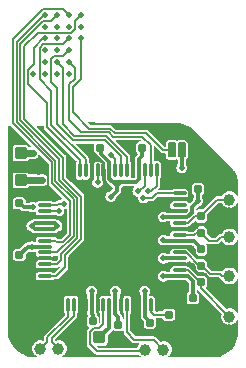
<source format=gbr>
%TF.GenerationSoftware,KiCad,Pcbnew,8.99.0-unknown-4e8e14ae3a~177~ubuntu22.04.1*%
%TF.CreationDate,2024-03-17T18:05:33+10:00*%
%TF.ProjectId,AVEFlex,41564546-6c65-4782-9e6b-696361645f70,rev?*%
%TF.SameCoordinates,Original*%
%TF.FileFunction,Copper,L1,Top*%
%TF.FilePolarity,Positive*%
%FSLAX46Y46*%
G04 Gerber Fmt 4.6, Leading zero omitted, Abs format (unit mm)*
G04 Created by KiCad (PCBNEW 8.99.0-unknown-4e8e14ae3a~177~ubuntu22.04.1) date 2024-03-17 18:05:33*
%MOMM*%
%LPD*%
G01*
G04 APERTURE LIST*
G04 Aperture macros list*
%AMRoundRect*
0 Rectangle with rounded corners*
0 $1 Rounding radius*
0 $2 $3 $4 $5 $6 $7 $8 $9 X,Y pos of 4 corners*
0 Add a 4 corners polygon primitive as box body*
4,1,4,$2,$3,$4,$5,$6,$7,$8,$9,$2,$3,0*
0 Add four circle primitives for the rounded corners*
1,1,$1+$1,$2,$3*
1,1,$1+$1,$4,$5*
1,1,$1+$1,$6,$7*
1,1,$1+$1,$8,$9*
0 Add four rect primitives between the rounded corners*
20,1,$1+$1,$2,$3,$4,$5,0*
20,1,$1+$1,$4,$5,$6,$7,0*
20,1,$1+$1,$6,$7,$8,$9,0*
20,1,$1+$1,$8,$9,$2,$3,0*%
G04 Aperture macros list end*
%TA.AperFunction,SMDPad,CuDef*%
%ADD10RoundRect,0.101600X0.198400X0.248400X-0.198400X0.248400X-0.198400X-0.248400X0.198400X-0.248400X0*%
%TD*%
%TA.AperFunction,SMDPad,CuDef*%
%ADD11RoundRect,0.101600X-0.198400X-0.248400X0.198400X-0.248400X0.198400X0.248400X-0.198400X0.248400X0*%
%TD*%
%TA.AperFunction,SMDPad,CuDef*%
%ADD12RoundRect,0.101600X0.248400X-0.198400X0.248400X0.198400X-0.248400X0.198400X-0.248400X-0.198400X0*%
%TD*%
%TA.AperFunction,SMDPad,CuDef*%
%ADD13RoundRect,0.101600X-0.248400X0.198400X-0.248400X-0.198400X0.248400X-0.198400X0.248400X0.198400X0*%
%TD*%
%TA.AperFunction,SMDPad,CuDef*%
%ADD14RoundRect,0.150000X0.350000X0.350000X-0.350000X0.350000X-0.350000X-0.350000X0.350000X-0.350000X0*%
%TD*%
%TA.AperFunction,SMDPad,CuDef*%
%ADD15RoundRect,0.600000X-1.400000X1.400000X-1.400000X-1.400000X1.400000X-1.400000X1.400000X1.400000X0*%
%TD*%
%TA.AperFunction,SMDPad,CuDef*%
%ADD16RoundRect,0.101600X-0.498400X0.048400X-0.498400X-0.048400X0.498400X-0.048400X0.498400X0.048400X0*%
%TD*%
%TA.AperFunction,SMDPad,CuDef*%
%ADD17RoundRect,0.101600X-0.048400X0.498400X-0.048400X-0.498400X0.048400X-0.498400X0.048400X0.498400X0*%
%TD*%
%TA.AperFunction,SMDPad,CuDef*%
%ADD18RoundRect,0.500000X-0.000010X-0.000010X0.000010X-0.000010X0.000010X0.000010X-0.000010X0.000010X0*%
%TD*%
%TA.AperFunction,SMDPad,CuDef*%
%ADD19RoundRect,0.500000X-0.000014X0.000000X0.000000X-0.000014X0.000014X0.000000X0.000000X0.000014X0*%
%TD*%
%TA.AperFunction,SMDPad,CuDef*%
%ADD20RoundRect,0.150000X-0.350000X-0.350000X0.350000X-0.350000X0.350000X0.350000X-0.350000X0.350000X0*%
%TD*%
%TA.AperFunction,SMDPad,CuDef*%
%ADD21RoundRect,0.101600X-0.215900X-0.533400X0.215900X-0.533400X0.215900X0.533400X-0.215900X0.533400X0*%
%TD*%
%TA.AperFunction,ViaPad*%
%ADD22C,0.508000*%
%TD*%
%TA.AperFunction,Conductor*%
%ADD23C,0.152400*%
%TD*%
%TA.AperFunction,Conductor*%
%ADD24C,0.304800*%
%TD*%
%TA.AperFunction,Conductor*%
%ADD25C,0.203200*%
%TD*%
%TA.AperFunction,Conductor*%
%ADD26C,0.609600*%
%TD*%
%TA.AperFunction,Conductor*%
%ADD27C,0.254000*%
%TD*%
%TA.AperFunction,Conductor*%
%ADD28C,1.016000*%
%TD*%
G04 APERTURE END LIST*
D10*
%TO.P,C2,2*%
%TO.N,GND*%
X149143358Y-102082597D03*
%TO.P,C2,1*%
%TO.N,+1V8*%
X150143358Y-102082597D03*
%TD*%
D11*
%TO.P,R5,2*%
%TO.N,GND*%
X156113904Y-107866059D03*
%TO.P,R5,1*%
%TO.N,B/PR*%
X155113904Y-107866059D03*
%TD*%
%TO.P,R4,2*%
%TO.N,GND*%
X156113904Y-109263059D03*
%TO.P,R4,1*%
%TO.N,G/PB*%
X155113904Y-109263059D03*
%TD*%
%TO.P,R3,2*%
%TO.N,GND*%
X156113904Y-112057059D03*
%TO.P,R3,1*%
%TO.N,R/Y*%
X155113904Y-112057059D03*
%TD*%
%TO.P,R2,2*%
%TO.N,GND*%
X156113904Y-113454059D03*
%TO.P,R2,1*%
%TO.N,CVBS*%
X155113904Y-113454059D03*
%TD*%
D12*
%TO.P,C11,2*%
%TO.N,GND*%
X154851904Y-104572059D03*
%TO.P,C11,1*%
%TO.N,+3V3*%
X154851904Y-105572059D03*
%TD*%
D13*
%TO.P,C5,2*%
%TO.N,GND*%
X139739898Y-112163481D03*
%TO.P,C5,1*%
%TO.N,+1V8*%
X139739898Y-111163481D03*
%TD*%
D14*
%TO.P,C1,2*%
%TO.N,GND*%
X144805558Y-118135403D03*
%TO.P,C1,1*%
%TO.N,N$5*%
X146505558Y-118135403D03*
%TD*%
D10*
%TO.P,C3,2*%
%TO.N,GND*%
X145587361Y-102082603D03*
%TO.P,C3,1*%
%TO.N,+1V8*%
X146587361Y-102082603D03*
%TD*%
D13*
%TO.P,C4,2*%
%TO.N,GND*%
X139740448Y-107799519D03*
%TO.P,C4,1*%
%TO.N,+1V8*%
X139740448Y-106799519D03*
%TD*%
D10*
%TO.P,C6,2*%
%TO.N,GND*%
X144977758Y-116763800D03*
%TO.P,C6,1*%
%TO.N,+3V3*%
X145977758Y-116763800D03*
%TD*%
D13*
%TO.P,C7,2*%
%TO.N,GND*%
X148119361Y-118076603D03*
%TO.P,C7,1*%
%TO.N,+3V3*%
X148119361Y-117076603D03*
%TD*%
D10*
%TO.P,C8,2*%
%TO.N,GND*%
X149772167Y-116881513D03*
%TO.P,C8,1*%
%TO.N,+3V3*%
X150772167Y-116881513D03*
%TD*%
%TO.P,C9,2*%
%TO.N,GND*%
X153409564Y-114792641D03*
%TO.P,C9,1*%
%TO.N,+3V3*%
X154409564Y-114792641D03*
%TD*%
D11*
%TO.P,C10,2*%
%TO.N,GND*%
X156113904Y-110660059D03*
%TO.P,C10,1*%
%TO.N,+3V3*%
X155113904Y-110660059D03*
%TD*%
D13*
%TO.P,R1,2*%
%TO.N,GND*%
X152370142Y-117212700D03*
%TO.P,R1,1*%
%TO.N,IREF*%
X152370142Y-116212700D03*
%TD*%
D15*
%TO.P,IC1,P$1*%
%TO.N,GND*%
X147611358Y-109702603D03*
D16*
%TO.P,IC1,64*%
%TO.N,VD0*%
X153311358Y-105952603D03*
%TO.P,IC1,63*%
%TO.N,GND*%
X153311358Y-106452603D03*
%TO.P,IC1,62*%
%TO.N,N/C*%
X153311358Y-106952603D03*
%TO.P,IC1,61*%
%TO.N,GND*%
X153311358Y-107452603D03*
%TO.P,IC1,60*%
%TO.N,+3V3*%
X153311358Y-107952603D03*
%TO.P,IC1,59*%
%TO.N,B/PR*%
X153311358Y-108452603D03*
%TO.P,IC1,58*%
%TO.N,GND*%
X153311358Y-108952603D03*
%TO.P,IC1,57*%
%TO.N,G/PB*%
X153311358Y-109452603D03*
%TO.P,IC1,56*%
%TO.N,+3V3*%
X153311358Y-109952603D03*
%TO.P,IC1,55*%
%TO.N,GND*%
X153311358Y-110452603D03*
%TO.P,IC1,54*%
%TO.N,R/Y*%
X153311358Y-110952603D03*
%TO.P,IC1,53*%
%TO.N,+3V3*%
X153311358Y-111452603D03*
%TO.P,IC1,52*%
%TO.N,GND*%
X153311358Y-111952603D03*
%TO.P,IC1,51*%
%TO.N,CVBS*%
X153311358Y-112452603D03*
%TO.P,IC1,50*%
%TO.N,+3V3*%
X153311358Y-112952603D03*
%TO.P,IC1,49*%
%TO.N,GND*%
X153311358Y-113452603D03*
D17*
%TO.P,IC1,48*%
X151361358Y-115402603D03*
%TO.P,IC1,47*%
%TO.N,IREF*%
X150861358Y-115402603D03*
%TO.P,IC1,46*%
%TO.N,+3V3*%
X150361358Y-115402603D03*
%TO.P,IC1,45*%
%TO.N,GND*%
X149861358Y-115402603D03*
%TO.P,IC1,44*%
X149361358Y-115402603D03*
%TO.P,IC1,43*%
%TO.N,LEFT*%
X148861358Y-115402603D03*
%TO.P,IC1,42*%
%TO.N,GND*%
X148361358Y-115402603D03*
%TO.P,IC1,41*%
%TO.N,+3V3*%
X147861358Y-115402603D03*
%TO.P,IC1,40*%
%TO.N,N$5*%
X147361358Y-115402603D03*
%TO.P,IC1,39*%
%TO.N,RIGHT*%
X146861358Y-115402603D03*
%TO.P,IC1,38*%
%TO.N,GND*%
X146361358Y-115402603D03*
%TO.P,IC1,37*%
%TO.N,+3V3*%
X145861358Y-115402603D03*
%TO.P,IC1,36*%
%TO.N,GND*%
X145361358Y-115402603D03*
%TO.P,IC1,35*%
X144861358Y-115402603D03*
%TO.P,IC1,34*%
%TO.N,V*%
X144361358Y-115402603D03*
%TO.P,IC1,33*%
%TO.N,H*%
X143861358Y-115402603D03*
D16*
%TO.P,IC1,32*%
%TO.N,GND*%
X141911358Y-113452603D03*
%TO.P,IC1,31*%
%TO.N,C*%
X141911358Y-112952603D03*
%TO.P,IC1,30*%
%TO.N,GND*%
X141911358Y-112452603D03*
%TO.P,IC1,29*%
%TO.N,D*%
X141911358Y-111952603D03*
%TO.P,IC1,28*%
%TO.N,GND*%
X141911358Y-111452603D03*
%TO.P,IC1,27*%
%TO.N,W*%
X141911358Y-110952603D03*
%TO.P,IC1,26*%
%TO.N,+1V8*%
X141911358Y-110452603D03*
%TO.P,IC1,25*%
%TO.N,M*%
X141911358Y-109952603D03*
%TO.P,IC1,24*%
%TO.N,GND*%
X141911358Y-109452603D03*
%TO.P,IC1,23*%
%TO.N,+1V8*%
X141911358Y-108952603D03*
%TO.P,IC1,22*%
X141911358Y-108452603D03*
%TO.P,IC1,21*%
%TO.N,GND*%
X141911358Y-107952603D03*
%TO.P,IC1,20*%
%TO.N,SCL*%
X141911358Y-107452603D03*
%TO.P,IC1,19*%
%TO.N,SDA*%
X141911358Y-106952603D03*
%TO.P,IC1,18*%
%TO.N,GND*%
X141911358Y-106452603D03*
%TO.P,IC1,17*%
X141911358Y-105952603D03*
D17*
%TO.P,IC1,16*%
X143861358Y-104002603D03*
%TO.P,IC1,15*%
X144361358Y-104002603D03*
%TO.P,IC1,14*%
%TO.N,VD7*%
X144861358Y-104002603D03*
%TO.P,IC1,13*%
%TO.N,VD6*%
X145361358Y-104002603D03*
%TO.P,IC1,12*%
%TO.N,GND*%
X145861358Y-104002603D03*
%TO.P,IC1,11*%
%TO.N,CSEL*%
X146361358Y-104002603D03*
%TO.P,IC1,10*%
%TO.N,GND*%
X146861358Y-104002603D03*
%TO.P,IC1,9*%
%TO.N,+1V8*%
X147361358Y-104002603D03*
%TO.P,IC1,8*%
%TO.N,54MHZ*%
X147861358Y-104002603D03*
%TO.P,IC1,7*%
%TO.N,VD5*%
X148361358Y-104002603D03*
%TO.P,IC1,6*%
%TO.N,VD4*%
X148861358Y-104002603D03*
%TO.P,IC1,5*%
%TO.N,GND*%
X149361358Y-104002603D03*
%TO.P,IC1,4*%
%TO.N,+1V8*%
X149861358Y-104002603D03*
%TO.P,IC1,3*%
%TO.N,VD3*%
X150361358Y-104002603D03*
%TO.P,IC1,2*%
%TO.N,VD2*%
X150861358Y-104002603D03*
%TO.P,IC1,1*%
%TO.N,VD1*%
X151361358Y-104002603D03*
%TD*%
D18*
%TO.P,TP1,TP*%
%TO.N,R/Y*%
X157518904Y-112946059D03*
%TD*%
%TO.P,TP2,TP*%
%TO.N,G/PB*%
X157518904Y-109644059D03*
%TD*%
%TO.P,TP3,TP*%
%TO.N,B/PR*%
X157518904Y-106469059D03*
%TD*%
%TO.P,TP4,TP*%
%TO.N,H*%
X141515364Y-119100600D03*
%TD*%
%TO.P,TP5,TP*%
%TO.N,V*%
X143039361Y-119100597D03*
%TD*%
%TO.P,TP6,TP*%
%TO.N,CVBS*%
X157518904Y-116375059D03*
%TD*%
%TO.P,TP7,TP*%
%TO.N,RIGHT*%
X150406904Y-119169059D03*
%TD*%
%TO.P,TP8,TP*%
%TO.N,LEFT*%
X151930904Y-119169059D03*
%TD*%
%TO.P,TP11,TP*%
%TO.N,GND*%
X157518904Y-114089059D03*
%TD*%
%TO.P,TP12,TP*%
%TO.N,GND*%
X157518904Y-110787059D03*
%TD*%
%TO.P,TP13,TP*%
%TO.N,GND*%
X157518904Y-107612059D03*
%TD*%
%TO.P,TP15,TP*%
%TO.N,GND*%
X139803401Y-117802656D03*
%TD*%
%TO.P,TP16,TP*%
%TO.N,GND*%
X153454904Y-119169059D03*
%TD*%
D19*
%TO.P,TP18,TP*%
%TO.N,GND*%
X157518904Y-117518059D03*
%TD*%
D20*
%TO.P,TP21,TP*%
%TO.N,+1V8*%
X139865904Y-104818059D03*
%TD*%
%TO.P,TP20,TP*%
%TO.N,+3V3*%
X139865904Y-102532059D03*
%TD*%
%TO.P,TP22,TP*%
%TO.N,GND*%
X139865904Y-103675059D03*
%TD*%
D21*
%TO.P,JP1,2*%
%TO.N,+3V3*%
X153480304Y-102278059D03*
%TO.P,JP1,1*%
%TO.N,MODE*%
X152667504Y-102278059D03*
%TD*%
D22*
%TO.N,MODE*%
X144931358Y-92830603D03*
%TO.N,N$22*%
X141931358Y-95830603D03*
%TO.N,N$12*%
X141931358Y-91830600D03*
%TO.N,N$11*%
X142931358Y-91830600D03*
%TO.N,N$8*%
X144931361Y-91830600D03*
%TO.N,SCL*%
X143062604Y-107451778D03*
X143931358Y-91830600D03*
%TO.N,SDA*%
X143496558Y-106824778D03*
X142931358Y-92830600D03*
%TO.N,M*%
X143931358Y-90830597D03*
%TO.N,W*%
X141931358Y-90830603D03*
%TO.N,D*%
X142931358Y-90830603D03*
%TO.N,54MHZ*%
X147524108Y-102677850D03*
X141931361Y-93830603D03*
%TO.N,CSEL*%
X146364223Y-105003603D03*
X142931358Y-93830600D03*
%TO.N,VD7*%
X141931358Y-92830600D03*
%TO.N,VD6*%
X143931358Y-92830600D03*
%TO.N,VD5*%
X143931358Y-93830603D03*
%TO.N,VD4*%
X142931361Y-94830600D03*
%TO.N,VD3*%
X149770358Y-105765600D03*
X141931361Y-94830600D03*
%TO.N,VD2*%
X143931358Y-94830600D03*
%TO.N,VD1*%
X150659361Y-105765597D03*
X142931358Y-95830597D03*
%TO.N,VD0*%
X150243861Y-106308097D03*
X140931358Y-95830600D03*
%TO.N,C*%
X144931361Y-90830603D03*
%TO.N,+1V8*%
X147485904Y-106215059D03*
X142964704Y-108686478D03*
X140793004Y-108701719D03*
X141643904Y-104818059D03*
X140858958Y-107104059D03*
X140790464Y-110454319D03*
%TO.N,+3V3*%
X154851904Y-106588059D03*
X151930904Y-111447459D03*
X151928364Y-112953678D03*
X151925823Y-109915841D03*
X151930904Y-107942259D03*
X153493004Y-103769041D03*
X140881904Y-102532059D03*
X145862845Y-114221141D03*
X147866904Y-114216059D03*
X150361186Y-114210981D03*
%TO.N,GND*%
X152189986Y-115282856D03*
X152311904Y-104310059D03*
X139398545Y-101274759D03*
X147480823Y-118706778D03*
X140800883Y-111398938D03*
X156955023Y-118396900D03*
X152720845Y-118295300D03*
X154978904Y-102405059D03*
X140737126Y-116959256D03*
X151245104Y-112572678D03*
X149103886Y-113545497D03*
X147267467Y-113558197D03*
X145095767Y-119230016D03*
X152891023Y-114078900D03*
X151250183Y-110154600D03*
X154336286Y-112112941D03*
X154305804Y-110649900D03*
X154305804Y-108922700D03*
X156498436Y-114290222D03*
X156574636Y-111369222D03*
X156604504Y-108551859D03*
X145166886Y-105338763D03*
X147155704Y-105427659D03*
X148466342Y-101670997D03*
X143475242Y-108046400D03*
X143180604Y-109428159D03*
X143970545Y-102994341D03*
X139479826Y-108706797D03*
X141290845Y-104058600D03*
X141290845Y-103296600D03*
X143931358Y-95830597D03*
X155838036Y-104511222D03*
X140782845Y-103677600D03*
X140836186Y-106215059D03*
X151938526Y-106949119D03*
X144293126Y-117213256D03*
X150531364Y-117733959D03*
X140475764Y-112971200D03*
X148905764Y-118683919D03*
X146468358Y-109702603D03*
X147611361Y-110845603D03*
X148754361Y-109702603D03*
X147611358Y-108559600D03*
X147611358Y-109702603D03*
%TD*%
D23*
%TO.N,MODE*%
X150490636Y-100837791D02*
X151930904Y-102278059D01*
X151930904Y-102278059D02*
X152667504Y-102278059D01*
X144278883Y-99060878D02*
X145675008Y-100457003D01*
X144278883Y-96930363D02*
X144278883Y-99060878D01*
X144931358Y-96277888D02*
X144278883Y-96930363D01*
X144931358Y-92830603D02*
X144931358Y-96277888D01*
X147416086Y-100457003D02*
X147796873Y-100837791D01*
X145675008Y-100457003D02*
X147416086Y-100457003D01*
X147796873Y-100837791D02*
X150490636Y-100837791D01*
D24*
%TO.N,N$5*%
X147361361Y-117357259D02*
X146505558Y-118135403D01*
X147361358Y-115402603D02*
X147361361Y-117357259D01*
D25*
%TO.N,IREF*%
X152351642Y-116231200D02*
X151126833Y-116231200D01*
X152351642Y-116231200D02*
X152370142Y-116212700D01*
X150860839Y-115965206D02*
X151126833Y-116231200D01*
X150860839Y-115403122D02*
X150860839Y-115965206D01*
X150861358Y-115402603D02*
X150860839Y-115403122D01*
D23*
%TO.N,LEFT*%
X151099092Y-118337247D02*
X149471811Y-118337244D01*
X148861358Y-117726791D02*
X148861358Y-115402603D01*
X149471811Y-118337244D02*
X148861358Y-117726791D01*
X151930904Y-119169059D02*
X151099092Y-118337247D01*
%TO.N,RIGHT*%
X146861361Y-116976741D02*
X146861361Y-116545878D01*
X146462283Y-117375819D02*
X146861361Y-116976741D01*
X146031423Y-117375819D02*
X146462283Y-117375819D01*
X145715154Y-117692088D02*
X146031423Y-117375819D01*
X150249304Y-119326659D02*
X146346426Y-119326659D01*
X150406904Y-119169059D02*
X150249304Y-119326659D01*
X145715151Y-118695384D02*
X146346426Y-119326659D01*
X145715151Y-118695384D02*
X145715154Y-117692088D01*
X146861361Y-116545878D02*
X146861358Y-115402603D01*
%TO.N,B/PR*%
X156500742Y-106469059D02*
X157518904Y-106469059D01*
X155113904Y-107866059D02*
X155113904Y-107855897D01*
X156500742Y-106469059D02*
X155113904Y-107855897D01*
X154626220Y-107866059D02*
X155113904Y-107866059D01*
X154626220Y-107866059D02*
X154039676Y-108452603D01*
X153311358Y-108452603D02*
X154039676Y-108452603D01*
%TO.N,G/PB*%
X155113904Y-109263059D02*
X155825104Y-109974259D01*
X155029758Y-109263059D02*
G75*
G02*
X155173424Y-109322539I42J-203141D01*
G01*
X154704583Y-109263059D02*
X155029758Y-109263059D01*
X155113904Y-109263059D02*
X155173404Y-109322559D01*
X154515039Y-109452603D02*
X154704583Y-109263059D01*
X153311358Y-109452603D02*
X154515039Y-109452603D01*
X155825104Y-109974259D02*
X156480042Y-109974259D01*
X156810242Y-109644059D02*
X156480042Y-109974259D01*
X157518904Y-109644059D02*
X156810242Y-109644059D01*
%TO.N,R/Y*%
X156726423Y-112768259D02*
X155875908Y-112768259D01*
X155164708Y-112057059D02*
X155113904Y-112057059D01*
X155875908Y-112768259D02*
X155164708Y-112057059D01*
X156904223Y-112946059D02*
X156726423Y-112768259D01*
X157518904Y-112946059D02*
X156904223Y-112946059D01*
X154935595Y-112057059D02*
X153831139Y-110952606D01*
X155113904Y-112057059D02*
X154935595Y-112057059D01*
X153311358Y-110952603D02*
X153831139Y-110952606D01*
%TO.N,CVBS*%
X155113904Y-113970059D02*
X155113904Y-113454059D01*
X157518904Y-116375059D02*
X155113904Y-113970059D01*
X157335561Y-116375059D02*
X157518904Y-116375059D01*
X155030086Y-113454059D02*
X154028629Y-112452603D01*
X155030086Y-113454059D02*
X155113904Y-113454059D01*
X153311358Y-112452603D02*
X154028629Y-112452603D01*
%TO.N,V*%
X142512211Y-118159444D02*
X144361358Y-116310297D01*
X142512211Y-118573447D02*
X142512211Y-118159444D01*
X144361358Y-116310297D02*
X144361358Y-115402603D01*
X143039361Y-119100597D02*
X142512211Y-118573447D01*
%TO.N,H*%
X142113429Y-118127169D02*
X142113429Y-118566031D01*
X143861358Y-116379241D02*
X142113429Y-118127169D01*
X141578861Y-119100600D02*
X141515364Y-119100600D01*
X142113429Y-118566031D02*
X141578861Y-119100600D01*
X143861358Y-115402603D02*
X143861358Y-116379241D01*
%TO.N,SCL*%
X141911358Y-107452603D02*
X143061783Y-107452600D01*
X143061783Y-107452600D02*
X143062604Y-107451778D01*
%TO.N,SDA*%
X141911358Y-106952603D02*
X142942395Y-106952600D01*
X143069733Y-106824778D02*
X143496558Y-106824778D01*
X143069733Y-106824778D02*
X142942395Y-106952600D01*
%TO.N,M*%
X139203958Y-100015169D02*
X139203961Y-92875503D01*
X142482104Y-103293316D02*
X139203958Y-100015169D01*
X142482104Y-103293316D02*
X142482104Y-105044428D01*
X144029958Y-106592281D02*
X142482104Y-105044428D01*
X144029958Y-106664659D02*
X144029958Y-106592281D01*
X143394961Y-110083603D02*
X144029961Y-109448603D01*
X142892039Y-110083603D02*
X143394961Y-110083603D01*
X142761039Y-109952600D02*
X142892039Y-110083603D01*
X141911358Y-109952603D02*
X142761039Y-109952600D01*
X141731658Y-90347803D02*
X139203961Y-92875503D01*
X144029961Y-109448603D02*
X144029958Y-106664659D01*
X143448558Y-90347800D02*
X141731658Y-90347803D01*
X143931358Y-90830597D02*
X143448558Y-90347800D01*
%TO.N,W*%
X142786904Y-103167059D02*
X139508758Y-99888913D01*
X139508758Y-99888913D02*
X139508758Y-93117144D01*
X144334758Y-106466025D02*
X144334758Y-109580684D01*
X142786904Y-104918172D02*
X144334758Y-106466025D01*
X142786904Y-104918172D02*
X142786904Y-103167059D01*
X144334758Y-109580684D02*
X142962842Y-110952600D01*
X142962842Y-110952600D02*
X141911358Y-110952603D01*
X139508758Y-93117144D02*
X141795301Y-90830603D01*
X141931358Y-90830603D02*
X141795301Y-90830603D01*
%TO.N,D*%
X139813558Y-99735769D02*
X139813558Y-93263725D01*
X143117104Y-103039316D02*
X139813558Y-99735769D01*
X143117104Y-104817316D02*
X143117104Y-103039316D01*
X144639561Y-106339772D02*
X143117104Y-104817316D01*
X144639561Y-106412147D02*
X144639561Y-106339772D01*
X143293358Y-111053144D02*
X144639558Y-109706944D01*
X144639558Y-109706944D02*
X144639561Y-106412147D01*
X143293358Y-111571603D02*
X143293358Y-111053144D01*
X142912358Y-111952603D02*
X143293358Y-111571603D01*
X142931358Y-90830603D02*
X142448758Y-91313197D01*
X141911358Y-111952603D02*
X142912358Y-111952603D01*
X141764079Y-91313197D02*
X139813558Y-93263725D01*
X142448758Y-91313197D02*
X141764079Y-91313197D01*
%TO.N,54MHZ*%
X147861358Y-103015103D02*
X147861358Y-104002603D01*
X147524108Y-102677850D02*
X147861358Y-103015103D01*
%TO.N,CSEL*%
X146364220Y-104005466D02*
X146364223Y-105003603D01*
X146361358Y-104002603D02*
X146364220Y-104005466D01*
%TO.N,VD7*%
X141007358Y-93601544D02*
X141778301Y-92830600D01*
X141007361Y-94970603D02*
X141007358Y-93601544D01*
X140448758Y-95529203D02*
X141007361Y-94970603D01*
X141778301Y-92830600D02*
X141931358Y-92830600D01*
X140448758Y-96665500D02*
X140448758Y-95529203D01*
X142067358Y-98284097D02*
X140448758Y-96665500D01*
X142067358Y-100289119D02*
X142067358Y-98284097D01*
X144861358Y-103083119D02*
X142067358Y-100289119D01*
X144861358Y-104002603D02*
X144861358Y-103083119D01*
%TO.N,VD6*%
X141448758Y-96301000D02*
X142447539Y-97299784D01*
X141448764Y-93630700D02*
X141759861Y-93319603D01*
X143442358Y-93319600D02*
X141759861Y-93319603D01*
X142447539Y-97299784D02*
X142447539Y-100124263D01*
X141448764Y-93630700D02*
X141448758Y-96301000D01*
X143931358Y-92830600D02*
X143442358Y-93319600D01*
X142447539Y-100124263D02*
X145361358Y-103038081D01*
X145361358Y-104002603D02*
X145361358Y-103038081D01*
%TO.N,VD5*%
X144256026Y-101447600D02*
X146983979Y-101447600D01*
X142912358Y-100103938D02*
X144256026Y-101447600D01*
X142912358Y-97002600D02*
X142912358Y-100103938D01*
X142417058Y-96507303D02*
X142912358Y-97002600D01*
X142417058Y-94576897D02*
X142417058Y-96507303D01*
X142658358Y-94335597D02*
X142417058Y-94576897D01*
X143426358Y-94335603D02*
X142658358Y-94335597D01*
X143931358Y-93830603D02*
X143426358Y-94335603D01*
X146983979Y-101447600D02*
X148361358Y-102824981D01*
X148361358Y-104002603D02*
X148361358Y-102824981D01*
%TO.N,VD4*%
X143420358Y-100098863D02*
X143420358Y-95319600D01*
X144388095Y-101066600D02*
X143420358Y-100098863D01*
X143420358Y-95319600D02*
X142931361Y-94830600D01*
X147094995Y-101066603D02*
X144388095Y-101066600D01*
X148861358Y-102832966D02*
X147094995Y-101066603D01*
X148861358Y-104002603D02*
X148861358Y-102832966D01*
%TO.N,VD3*%
X149897364Y-105765600D02*
X149770358Y-105765600D01*
X150361361Y-105301603D02*
X149897364Y-105765600D01*
X150361358Y-104002603D02*
X150361361Y-105301603D01*
%TO.N,VD2*%
X147665751Y-101137719D02*
X150148814Y-101137722D01*
X150148814Y-101137722D02*
X150861358Y-101850259D01*
X144941817Y-100761803D02*
X147289833Y-100761803D01*
X147289833Y-100761803D02*
X147665751Y-101137719D01*
X143948676Y-96728284D02*
X144413958Y-96263000D01*
X143948676Y-99768663D02*
X143948676Y-96728284D01*
X143948676Y-99768663D02*
X144941817Y-100761803D01*
X144413961Y-95313203D02*
X143931358Y-94830600D01*
X144413958Y-96263000D02*
X144413961Y-95313203D01*
X150861358Y-101850259D02*
X150861358Y-104002603D01*
%TO.N,VD1*%
X150913358Y-105765597D02*
X150659361Y-105765597D01*
X151361358Y-105317597D02*
X150913358Y-105765597D01*
X151361358Y-104002603D02*
X151361358Y-105317597D01*
%TO.N,VD0*%
X151005861Y-106308097D02*
X151361361Y-105952603D01*
X150243861Y-106308097D02*
X151005861Y-106308097D01*
X153311358Y-105952603D02*
X151361361Y-105952603D01*
%TO.N,C*%
X143421904Y-102913059D02*
X143421904Y-104691059D01*
X140118358Y-99609513D02*
X143421904Y-102913059D01*
X140118358Y-93501363D02*
X140118358Y-99609513D01*
X143421904Y-104691059D02*
X144944361Y-106213516D01*
X142837358Y-112952600D02*
X143612658Y-112177300D01*
X143612658Y-112177300D02*
X143612658Y-111164900D01*
X143612658Y-111164900D02*
X144944361Y-109833203D01*
X144944361Y-106213516D02*
X144944361Y-109833203D01*
X144436358Y-91325600D02*
X144436358Y-92008100D01*
X141911358Y-112952603D02*
X142837358Y-112952600D01*
X144109158Y-92335300D02*
X141284423Y-92335300D01*
X141284423Y-92335300D02*
X140118358Y-93501363D01*
X144436358Y-92008100D02*
X144109158Y-92335300D01*
X144931361Y-90830603D02*
X144436358Y-91325600D01*
D24*
%TO.N,+1V8*%
X148014111Y-105326059D02*
X148374904Y-104965266D01*
X147993904Y-105326059D02*
X148014111Y-105326059D01*
X147993904Y-105707059D02*
X147485904Y-106215059D01*
X147993904Y-105326059D02*
X147993904Y-105707059D01*
X147635648Y-104967803D02*
X147993904Y-105326059D01*
X147635648Y-104965266D02*
X147635648Y-104967803D01*
X147361358Y-104690975D02*
X147635648Y-104965266D01*
X148374904Y-104965266D02*
X147635648Y-104965266D01*
X149624695Y-104965266D02*
X148374904Y-104965266D01*
X147361358Y-104002603D02*
X147361358Y-104690975D01*
X149624695Y-104965266D02*
X149861358Y-104728603D01*
X149861358Y-104002603D02*
X149861358Y-104728603D01*
X142698579Y-108952603D02*
X142964704Y-108686478D01*
X141911358Y-108952603D02*
X142698579Y-108952603D01*
X142730829Y-108452603D02*
X142964704Y-108686478D01*
X141911358Y-108452603D02*
X142730829Y-108452603D01*
X141043889Y-108952603D02*
X140793004Y-108701719D01*
X141911358Y-108952603D02*
X141043889Y-108952603D01*
X141042120Y-108452603D02*
X140793004Y-108701719D01*
X141911358Y-108452603D02*
X141042120Y-108452603D01*
X140449208Y-110454319D02*
X139740048Y-111163481D01*
X140790464Y-110454319D02*
X140449208Y-110454319D01*
X140867489Y-110452603D02*
X140828117Y-110491972D01*
X139740048Y-111163481D02*
X139739898Y-111163481D01*
X141911358Y-110452603D02*
X140867489Y-110452603D01*
D23*
X141910533Y-110451778D02*
X141911358Y-110452603D01*
D26*
X139865904Y-104818059D02*
X141643904Y-104818059D01*
D24*
X140109658Y-107104059D02*
X140858958Y-107104059D01*
X140109658Y-107104059D02*
X139805117Y-106799519D01*
X139740448Y-106799519D02*
X139805117Y-106799519D01*
X140828117Y-110491972D02*
X140790464Y-110454319D01*
X146666101Y-102580572D02*
X147361358Y-103275828D01*
X147361358Y-103275828D02*
X147361358Y-104002603D01*
X146666101Y-102161344D02*
X146666101Y-102580572D01*
X146587361Y-102082603D02*
X146666101Y-102161344D01*
X150151361Y-102090600D02*
X150143358Y-102082597D01*
X150151354Y-102750622D02*
X150151361Y-102090600D01*
X149861358Y-103040619D02*
X150151354Y-102750622D01*
X149861358Y-104002603D02*
X149861358Y-103040619D01*
%TO.N,+3V3*%
X145861358Y-116119572D02*
X145977758Y-116235972D01*
X145977758Y-116235972D02*
X145977758Y-116763800D01*
X145861358Y-115402603D02*
X145861358Y-116119572D01*
X150772167Y-116807850D02*
X150361358Y-116397041D01*
X150772167Y-116807850D02*
X150772167Y-116881513D01*
X150361358Y-115402603D02*
X150361358Y-116397041D01*
X151936048Y-111452603D02*
X151930904Y-111447459D01*
X153311358Y-111452603D02*
X151936048Y-111452603D01*
X153310283Y-112953678D02*
X151928364Y-112953678D01*
X153311358Y-112952603D02*
X153310283Y-112953678D01*
X151962586Y-109952603D02*
X151925823Y-109915841D01*
X153311358Y-109952603D02*
X151962586Y-109952603D01*
X151941248Y-107952603D02*
X151930904Y-107942259D01*
X153311358Y-107952603D02*
X151941248Y-107952603D01*
X154420104Y-113388022D02*
X154420104Y-114782100D01*
X153984686Y-112952603D02*
X154420104Y-113388022D01*
X154420104Y-114782100D02*
X154409564Y-114792641D01*
X153311358Y-112952603D02*
X153984686Y-112952603D01*
X153951073Y-107952603D02*
X154369304Y-107576100D01*
X153311358Y-107952603D02*
X153951073Y-107952603D01*
X154369304Y-107070659D02*
X154369304Y-107576100D01*
X154851904Y-105572059D02*
X154851904Y-106588059D01*
X154851904Y-106588059D02*
X154369304Y-107070659D01*
X153493004Y-102290759D02*
X153493004Y-103769041D01*
X153480304Y-102278059D02*
X153493004Y-102290759D01*
D26*
X139865904Y-102532059D02*
X140881904Y-102532059D01*
D24*
X145861358Y-114222628D02*
X145862845Y-114221141D01*
X145861358Y-115402603D02*
X145861358Y-114222628D01*
X147861358Y-114221606D02*
X147866904Y-114216059D01*
X147861358Y-115402603D02*
X147861358Y-114221606D01*
X150361358Y-114211153D02*
X150361186Y-114210981D01*
X150361358Y-115402603D02*
X150361358Y-114211153D01*
X148119361Y-116449222D02*
X148119361Y-117076603D01*
X148119361Y-116449222D02*
X147861361Y-116191213D01*
X147861358Y-115402603D02*
X147861361Y-116191213D01*
X155113904Y-110578609D02*
X154487895Y-109952603D01*
X155113904Y-110660059D02*
X155113904Y-110578609D01*
X153311358Y-109952603D02*
X154487895Y-109952603D01*
D27*
%TO.N,GND*%
X154434770Y-108551859D02*
X154034026Y-108952603D01*
X154676645Y-108551859D02*
X154434770Y-108551859D01*
X154235954Y-108758872D02*
X154135626Y-108859200D01*
X154667754Y-108758872D02*
X154235954Y-108758872D01*
X154676645Y-108551859D02*
X154874767Y-108551859D01*
X154305804Y-108922700D02*
X154676645Y-108551859D01*
X154874767Y-108551859D02*
X154983986Y-108551859D01*
X154667754Y-108758872D02*
X154874767Y-108551859D01*
X154374386Y-109052241D02*
X154667754Y-108758872D01*
X154667754Y-108697909D02*
X154667754Y-108758872D01*
X154138164Y-109052241D02*
X154374386Y-109052241D01*
X154044764Y-108958841D02*
X154138164Y-109052241D01*
X154044764Y-108950063D02*
X154044764Y-108958841D01*
X154542026Y-112145963D02*
X154542026Y-112443138D01*
X154336286Y-112112941D02*
X154509004Y-112112941D01*
X154542026Y-112145963D02*
X154509004Y-112112941D01*
X154351208Y-111952603D02*
X154524245Y-112125641D01*
X154051489Y-111952603D02*
X154351208Y-111952603D01*
X154540754Y-112317409D02*
X154540754Y-112441869D01*
X154336286Y-112112941D02*
X154540754Y-112317409D01*
X154175948Y-111952603D02*
X154336286Y-112112941D01*
X153311358Y-111952603D02*
X154175948Y-111952603D01*
X154305804Y-110456863D02*
X153767323Y-110456856D01*
X154305804Y-110649900D02*
X154305804Y-110456863D01*
X154354061Y-110649900D02*
X154421373Y-110582588D01*
X154305804Y-110649900D02*
X154354061Y-110649900D01*
X154421373Y-110582588D02*
X154326123Y-110487338D01*
X154547104Y-110708319D02*
X154421373Y-110582588D01*
X154547104Y-111091859D02*
X154547104Y-110708319D01*
X153311358Y-110452603D02*
X154225348Y-110452603D01*
X154108508Y-110452603D02*
X154305804Y-110649900D01*
X153311358Y-110452603D02*
X154108508Y-110452603D01*
D28*
X139865904Y-103675059D02*
X139441726Y-103675059D01*
X140782845Y-103675059D02*
X140782845Y-103677600D01*
X139865904Y-103675059D02*
X140782845Y-103675059D01*
D25*
X155486904Y-111333159D02*
X156574636Y-111369222D01*
D27*
X154983986Y-108551859D02*
X156604504Y-108551859D01*
X154978904Y-108556941D02*
X154983986Y-108551859D01*
D24*
X153706364Y-105199059D02*
X153454904Y-105199059D01*
X154216904Y-105709600D02*
X153706364Y-105199059D01*
X152416361Y-111952603D02*
X152184904Y-112184059D01*
X153311358Y-111952603D02*
X152416361Y-111952603D01*
X143505723Y-108076881D02*
X143475242Y-108046400D01*
X143505723Y-108076881D02*
X143505723Y-109103041D01*
X143180604Y-109428159D02*
X143505723Y-109103041D01*
X143156161Y-109452603D02*
X143180604Y-109428159D01*
X141911358Y-109452603D02*
X143156161Y-109452603D01*
X142850589Y-107952603D02*
X142944386Y-108046400D01*
X142944386Y-108046400D02*
X143475242Y-108046400D01*
X141911358Y-107952603D02*
X142850589Y-107952603D01*
D25*
X142177304Y-103525200D02*
X141905523Y-103253419D01*
X142177304Y-104431981D02*
X142177304Y-103525200D01*
X142177304Y-104431981D02*
X142177304Y-105277797D01*
X142177304Y-104431981D02*
X141803923Y-104058600D01*
X141290845Y-104058600D02*
X141803923Y-104058600D01*
D24*
X154216904Y-105709600D02*
X154216904Y-105207059D01*
X154216904Y-106265859D02*
X154216904Y-105709600D01*
X154216904Y-105207059D02*
X154851904Y-104572059D01*
X154030161Y-106452603D02*
X154216904Y-106265859D01*
X153311358Y-106452603D02*
X154030161Y-106452603D01*
X152442011Y-107452603D02*
X151938526Y-106949119D01*
X153311358Y-107452603D02*
X152442011Y-107452603D01*
X152435042Y-106452603D02*
X151938526Y-106949119D01*
X153311358Y-106452603D02*
X152435042Y-106452603D01*
X151548186Y-110452603D02*
X151250183Y-110154600D01*
X153311358Y-110452603D02*
X151548186Y-110452603D01*
D27*
X154897626Y-112798741D02*
X155423026Y-112798741D01*
X154540754Y-112441869D02*
X154897626Y-112798741D01*
X154051489Y-111952603D02*
X154540754Y-112441869D01*
X156078345Y-113454059D02*
X155423026Y-112798741D01*
X156078345Y-113454059D02*
X156113904Y-113454059D01*
X153311358Y-111952603D02*
X154051489Y-111952603D01*
X154630926Y-111175681D02*
X154788404Y-111333159D01*
X154547104Y-111091859D02*
X154610604Y-111155359D01*
X153907848Y-110452603D02*
X154547104Y-111091859D01*
X155486904Y-111333159D02*
X155700264Y-111333159D01*
X154788404Y-111333159D02*
X155486904Y-111333159D01*
X153311358Y-110452603D02*
X153907848Y-110452603D01*
X154667754Y-108697909D02*
X154808723Y-108556941D01*
X154506464Y-108859200D02*
X154667754Y-108697909D01*
X155306564Y-108556941D02*
X154978904Y-108556941D01*
X154808723Y-108556941D02*
X154978904Y-108556941D01*
X154135626Y-108859200D02*
X154506464Y-108859200D01*
X154044764Y-108950063D02*
X154042223Y-108952603D01*
X154135626Y-108859200D02*
X154044764Y-108950063D01*
X154034026Y-108952603D02*
X154042223Y-108952603D01*
X153311358Y-108952603D02*
X154034026Y-108952603D01*
D24*
X147096083Y-105368038D02*
X146866183Y-104713938D01*
X147155704Y-105427659D02*
X147096083Y-105368038D01*
X146866486Y-104007731D02*
X146861358Y-104002603D01*
X146866486Y-104007731D02*
X146866183Y-104713938D01*
X145861358Y-104768747D02*
X145636786Y-104993319D01*
X145861358Y-104002603D02*
X145861358Y-104768747D01*
D25*
X145861358Y-103429319D02*
X146116670Y-103174006D01*
X145861358Y-104002603D02*
X145861358Y-103429319D01*
X146313098Y-103174006D02*
X146320045Y-103167059D01*
X146116670Y-103174006D02*
X146313098Y-103174006D01*
X146909242Y-103372334D02*
X146861358Y-103324450D01*
X146909242Y-103954719D02*
X146909242Y-103372334D01*
X146861358Y-104002603D02*
X146909242Y-103954719D01*
X146349851Y-103174006D02*
X146342904Y-103167059D01*
X146606045Y-103174006D02*
X146349851Y-103174006D01*
X146813617Y-103381578D02*
X146606045Y-103174006D01*
X146813617Y-103954863D02*
X146813617Y-103381578D01*
X146861358Y-104002603D02*
X146813617Y-103954863D01*
X146320045Y-103167059D02*
X145861358Y-103167059D01*
X146342904Y-103167059D02*
X146320045Y-103167059D01*
X146703967Y-103167059D02*
X146342904Y-103167059D01*
X146861358Y-103324450D02*
X146703967Y-103167059D01*
X146192673Y-102661203D02*
X145682529Y-102151059D01*
X145682529Y-102151059D02*
X145587361Y-102151059D01*
X146198111Y-102661203D02*
X146192673Y-102661203D01*
X146586936Y-103050028D02*
X146198111Y-102661203D01*
X146703967Y-103167059D02*
X146586936Y-103050028D01*
X146861358Y-104002603D02*
X146861358Y-103324450D01*
D24*
X147155704Y-105427659D02*
X147155704Y-105312522D01*
X144361358Y-103385153D02*
X143970545Y-102994341D01*
X144361358Y-104002603D02*
X144361358Y-103385153D01*
X143861358Y-103103528D02*
X143970545Y-102994341D01*
X143861358Y-104002603D02*
X143861358Y-103103528D01*
D26*
X141290845Y-104058600D02*
X140782845Y-103677600D01*
X141290845Y-103296600D02*
X141290845Y-104058600D01*
X140782845Y-103677600D02*
X141290845Y-103296600D01*
D23*
X146586936Y-103050028D02*
X146322967Y-102786059D01*
X146861358Y-103324450D02*
X146586936Y-103050028D01*
X146322967Y-102786059D02*
X145861358Y-102786059D01*
D24*
X147681361Y-109702603D02*
X147611358Y-109702603D01*
D26*
X139865904Y-103675059D02*
X139868445Y-103677600D01*
X140782845Y-103677600D02*
X139868445Y-103677600D01*
D24*
X141073729Y-106452603D02*
X141911358Y-106452603D01*
X140836186Y-106215059D02*
X141073729Y-106452603D01*
X141098642Y-105952603D02*
X140836186Y-106215059D01*
X141911358Y-105952603D02*
X141098642Y-105952603D01*
X140541726Y-107952603D02*
X140388642Y-107799519D01*
X140388642Y-107799519D02*
X139740448Y-107799519D01*
X141911358Y-107952603D02*
X140541726Y-107952603D01*
X148119361Y-118076603D02*
X148300908Y-118076603D01*
X148905764Y-118683919D02*
X148300908Y-118076603D01*
X145587358Y-102481763D02*
X145861358Y-102755763D01*
X145861358Y-103167059D02*
X145861358Y-104002603D01*
X145861358Y-102786059D02*
X145861358Y-103167059D01*
X145861358Y-102755763D02*
X145861358Y-102786059D01*
X145587361Y-102151059D02*
X145587358Y-102481763D01*
X145587361Y-102082603D02*
X145587361Y-102151059D01*
X149143358Y-102494866D02*
X149143358Y-102082597D01*
X149356276Y-102707788D02*
X149143358Y-102494866D01*
X149361358Y-104002603D02*
X149356276Y-103997522D01*
X149356276Y-102707788D02*
X149356276Y-103997522D01*
%TD*%
%TA.AperFunction,Conductor*%
%TO.N,GND*%
G36*
X146018111Y-99895887D02*
G01*
X146105197Y-99940259D01*
X146109460Y-99942431D01*
X146262978Y-99992312D01*
X146422409Y-100017561D01*
X146503117Y-100017560D01*
X146511403Y-100017560D01*
X146521307Y-100017560D01*
X146521311Y-100017559D01*
X153126191Y-100017559D01*
X153133073Y-100017559D01*
X153135865Y-100017637D01*
X153352760Y-100029815D01*
X153358306Y-100030439D01*
X153571110Y-100066592D01*
X153576523Y-100067828D01*
X153783930Y-100127578D01*
X153789201Y-100129422D01*
X153988612Y-100212017D01*
X153993641Y-100214439D01*
X154182549Y-100318841D01*
X154187268Y-100321807D01*
X154209418Y-100337522D01*
X154363290Y-100446696D01*
X154367656Y-100450177D01*
X154529252Y-100594581D01*
X154531283Y-100596501D01*
X157676018Y-103741236D01*
X157677946Y-103743276D01*
X157823294Y-103906006D01*
X157826778Y-103910381D01*
X157865959Y-103965688D01*
X157952085Y-104087264D01*
X157955063Y-104092014D01*
X157969662Y-104118505D01*
X158059689Y-104281875D01*
X158062115Y-104286932D01*
X158144723Y-104487348D01*
X158146565Y-104492646D01*
X158206112Y-104701075D01*
X158207347Y-104706547D01*
X158243079Y-104920364D01*
X158243690Y-104925939D01*
X158255250Y-105144272D01*
X158255320Y-105147069D01*
X158255274Y-105161002D01*
X158255323Y-105161318D01*
X158255207Y-106148186D01*
X158240617Y-106183398D01*
X158205401Y-106197980D01*
X158170189Y-106183390D01*
X158162795Y-106173952D01*
X158076913Y-106031887D01*
X157956076Y-105911050D01*
X157809833Y-105822642D01*
X157809830Y-105822641D01*
X157809828Y-105822640D01*
X157646683Y-105771802D01*
X157611229Y-105768580D01*
X157575777Y-105765359D01*
X157575775Y-105765359D01*
X157462033Y-105765359D01*
X157391125Y-105771802D01*
X157391123Y-105771803D01*
X157227979Y-105822640D01*
X157227975Y-105822642D01*
X157106843Y-105895870D01*
X157081729Y-105911052D01*
X156960897Y-106031884D01*
X156960895Y-106031886D01*
X156960895Y-106031887D01*
X156880349Y-106165124D01*
X156849651Y-106187712D01*
X156837733Y-106189159D01*
X156463892Y-106189159D01*
X156392706Y-106208233D01*
X156392700Y-106208236D01*
X156328880Y-106245082D01*
X155276188Y-107297773D01*
X155240974Y-107312359D01*
X154869927Y-107312359D01*
X154869917Y-107312360D01*
X154844397Y-107315320D01*
X154795319Y-107336990D01*
X154757214Y-107337870D01*
X154729647Y-107311548D01*
X154725404Y-107291433D01*
X154725404Y-107238788D01*
X154739990Y-107203574D01*
X154883219Y-107060345D01*
X154914354Y-107047448D01*
X154914184Y-107046266D01*
X154917703Y-107045759D01*
X154917711Y-107045759D01*
X155043995Y-107008679D01*
X155154716Y-106937523D01*
X155240906Y-106838055D01*
X155295580Y-106718334D01*
X155314311Y-106588059D01*
X155310002Y-106558093D01*
X155298100Y-106475313D01*
X155295580Y-106457784D01*
X155240906Y-106338063D01*
X155220166Y-106314128D01*
X155208004Y-106281517D01*
X155208004Y-106089089D01*
X155222590Y-106053875D01*
X155237687Y-106043533D01*
X155275829Y-106026693D01*
X155356538Y-105945984D01*
X155402642Y-105841568D01*
X155405604Y-105816038D01*
X155405603Y-105328081D01*
X155405426Y-105326559D01*
X155404824Y-105321366D01*
X155402642Y-105302550D01*
X155356538Y-105198134D01*
X155275829Y-105117425D01*
X155275828Y-105117424D01*
X155171417Y-105071322D01*
X155171414Y-105071321D01*
X155171413Y-105071321D01*
X155145883Y-105068359D01*
X154557927Y-105068359D01*
X154557917Y-105068360D01*
X154532397Y-105071320D01*
X154427979Y-105117424D01*
X154347269Y-105198134D01*
X154301167Y-105302545D01*
X154301166Y-105302551D01*
X154298204Y-105328078D01*
X154298204Y-105816035D01*
X154298205Y-105816045D01*
X154301165Y-105841565D01*
X154301165Y-105841567D01*
X154301166Y-105841568D01*
X154311775Y-105865595D01*
X154347269Y-105945983D01*
X154347270Y-105945984D01*
X154427979Y-106026693D01*
X154466119Y-106043533D01*
X154492441Y-106071098D01*
X154495804Y-106089089D01*
X154495804Y-106281517D01*
X154483641Y-106314129D01*
X154462902Y-106338063D01*
X154462901Y-106338063D01*
X154408229Y-106457781D01*
X154408227Y-106457787D01*
X154398773Y-106523540D01*
X154384694Y-106551666D01*
X154160797Y-106775562D01*
X154125583Y-106790148D01*
X154090369Y-106775562D01*
X154080026Y-106760463D01*
X154065992Y-106728678D01*
X153985282Y-106647968D01*
X153880871Y-106601866D01*
X153880868Y-106601865D01*
X153880867Y-106601865D01*
X153855337Y-106598903D01*
X152767381Y-106598903D01*
X152767371Y-106598904D01*
X152741851Y-106601864D01*
X152637433Y-106647968D01*
X152556723Y-106728678D01*
X152510621Y-106833089D01*
X152510620Y-106833095D01*
X152507658Y-106858622D01*
X152507658Y-107046579D01*
X152507659Y-107046589D01*
X152510619Y-107072109D01*
X152556723Y-107176527D01*
X152637433Y-107257237D01*
X152741572Y-107303219D01*
X152741849Y-107303341D01*
X152767379Y-107306303D01*
X153855336Y-107306302D01*
X153880867Y-107303341D01*
X153943289Y-107275778D01*
X153981394Y-107274899D01*
X154008961Y-107301221D01*
X154013204Y-107321336D01*
X154013204Y-107395357D01*
X153998618Y-107430571D01*
X153996723Y-107432369D01*
X153828604Y-107583715D01*
X153795285Y-107596503D01*
X152254108Y-107596503D01*
X152227184Y-107588597D01*
X152123001Y-107521642D01*
X152122997Y-107521640D01*
X152122995Y-107521639D01*
X151996711Y-107484559D01*
X151865097Y-107484559D01*
X151738813Y-107521639D01*
X151738811Y-107521639D01*
X151738806Y-107521642D01*
X151628092Y-107592794D01*
X151628090Y-107592795D01*
X151541905Y-107692258D01*
X151541901Y-107692263D01*
X151487229Y-107811981D01*
X151487227Y-107811988D01*
X151468497Y-107942257D01*
X151468497Y-107942260D01*
X151487227Y-108072529D01*
X151487229Y-108072536D01*
X151541901Y-108192254D01*
X151541905Y-108192259D01*
X151628090Y-108291722D01*
X151628092Y-108291723D01*
X151738806Y-108362875D01*
X151738807Y-108362875D01*
X151738813Y-108362879D01*
X151865097Y-108399959D01*
X151865098Y-108399959D01*
X151996710Y-108399959D01*
X151996711Y-108399959D01*
X152122995Y-108362879D01*
X152194995Y-108316607D01*
X152221917Y-108308703D01*
X152457858Y-108308703D01*
X152493072Y-108323289D01*
X152507658Y-108358503D01*
X152507658Y-108546579D01*
X152507659Y-108546589D01*
X152510619Y-108572109D01*
X152556723Y-108676527D01*
X152556724Y-108676528D01*
X152637433Y-108757237D01*
X152741849Y-108803341D01*
X152767379Y-108806303D01*
X153855336Y-108806302D01*
X153880867Y-108803341D01*
X153985283Y-108757237D01*
X153995431Y-108747089D01*
X154030645Y-108732503D01*
X154076526Y-108732503D01*
X154147713Y-108713428D01*
X154211538Y-108676579D01*
X154593488Y-108294628D01*
X154628701Y-108280043D01*
X154663915Y-108294629D01*
X154739979Y-108370693D01*
X154844395Y-108416797D01*
X154869925Y-108419759D01*
X155357882Y-108419758D01*
X155383413Y-108416797D01*
X155487829Y-108370693D01*
X155568538Y-108289984D01*
X155614642Y-108185568D01*
X155617604Y-108160038D01*
X155617603Y-107768661D01*
X155632188Y-107733449D01*
X156602094Y-106763545D01*
X156637308Y-106748959D01*
X156837733Y-106748959D01*
X156872947Y-106763545D01*
X156880347Y-106772989D01*
X156960895Y-106906231D01*
X157081732Y-107027068D01*
X157227975Y-107115476D01*
X157391127Y-107166316D01*
X157462031Y-107172759D01*
X157575776Y-107172758D01*
X157646681Y-107166316D01*
X157809833Y-107115476D01*
X157956076Y-107027068D01*
X158076913Y-106906231D01*
X158162716Y-106764295D01*
X158193415Y-106741708D01*
X158231097Y-106747443D01*
X158253686Y-106778143D01*
X158255133Y-106790067D01*
X158254837Y-109322573D01*
X158240247Y-109357785D01*
X158205031Y-109372367D01*
X158169819Y-109357777D01*
X158162422Y-109348335D01*
X158076913Y-109206887D01*
X157956076Y-109086050D01*
X157809833Y-108997642D01*
X157809830Y-108997641D01*
X157809828Y-108997640D01*
X157646683Y-108946802D01*
X157610838Y-108943545D01*
X157575777Y-108940359D01*
X157575775Y-108940359D01*
X157462033Y-108940359D01*
X157391125Y-108946802D01*
X157391123Y-108946803D01*
X157227979Y-108997640D01*
X157227975Y-108997642D01*
X157139409Y-109051183D01*
X157081729Y-109086052D01*
X156960897Y-109206884D01*
X156960895Y-109206886D01*
X156960895Y-109206887D01*
X156880349Y-109340124D01*
X156849651Y-109362712D01*
X156837733Y-109364159D01*
X156773392Y-109364159D01*
X156702206Y-109383233D01*
X156702199Y-109383236D01*
X156638379Y-109420082D01*
X156378690Y-109679773D01*
X156343476Y-109694359D01*
X155961670Y-109694359D01*
X155926456Y-109679773D01*
X155632189Y-109385506D01*
X155617603Y-109350292D01*
X155617603Y-108969082D01*
X155617602Y-108969072D01*
X155614642Y-108943552D01*
X155614642Y-108943551D01*
X155614642Y-108943550D01*
X155568538Y-108839134D01*
X155487829Y-108758425D01*
X155487828Y-108758424D01*
X155383417Y-108712322D01*
X155383414Y-108712321D01*
X155383413Y-108712321D01*
X155357883Y-108709359D01*
X154869927Y-108709359D01*
X154869917Y-108709360D01*
X154844397Y-108712320D01*
X154739979Y-108758424D01*
X154659269Y-108839134D01*
X154613167Y-108943545D01*
X154613166Y-108943551D01*
X154610038Y-108970510D01*
X154609273Y-108970421D01*
X154593632Y-109002728D01*
X154585426Y-109008653D01*
X154532721Y-109039082D01*
X154413687Y-109158117D01*
X154378473Y-109172703D01*
X154030645Y-109172703D01*
X153995431Y-109158117D01*
X153985282Y-109147968D01*
X153880871Y-109101866D01*
X153880868Y-109101865D01*
X153880867Y-109101865D01*
X153855337Y-109098903D01*
X152767381Y-109098903D01*
X152767371Y-109098904D01*
X152741851Y-109101864D01*
X152637433Y-109147968D01*
X152556723Y-109228678D01*
X152510621Y-109333089D01*
X152510620Y-109333093D01*
X152510620Y-109333094D01*
X152509632Y-109341604D01*
X152507658Y-109358622D01*
X152507658Y-109358623D01*
X152507659Y-109546703D01*
X152493073Y-109581917D01*
X152457859Y-109596503D01*
X152277482Y-109596503D01*
X152242268Y-109581917D01*
X152239845Y-109579314D01*
X152228635Y-109566376D01*
X152117920Y-109495224D01*
X152117916Y-109495222D01*
X152117914Y-109495221D01*
X151991630Y-109458141D01*
X151860016Y-109458141D01*
X151733732Y-109495221D01*
X151733730Y-109495221D01*
X151733725Y-109495224D01*
X151623011Y-109566376D01*
X151623009Y-109566377D01*
X151536824Y-109665840D01*
X151536820Y-109665845D01*
X151482148Y-109785563D01*
X151482146Y-109785570D01*
X151463416Y-109915839D01*
X151463416Y-109915842D01*
X151482146Y-110046111D01*
X151482148Y-110046118D01*
X151536820Y-110165836D01*
X151536824Y-110165841D01*
X151623009Y-110265304D01*
X151623011Y-110265305D01*
X151733725Y-110336457D01*
X151733726Y-110336457D01*
X151733732Y-110336461D01*
X151860016Y-110373541D01*
X151860017Y-110373541D01*
X151991629Y-110373541D01*
X151991630Y-110373541D01*
X152117914Y-110336461D01*
X152148805Y-110316608D01*
X152175728Y-110308703D01*
X153264477Y-110308703D01*
X154319766Y-110308703D01*
X154354980Y-110323289D01*
X154595618Y-110563926D01*
X154610204Y-110599140D01*
X154610204Y-110954035D01*
X154610205Y-110954045D01*
X154613165Y-110979565D01*
X154659269Y-111083983D01*
X154739979Y-111164693D01*
X154766780Y-111176527D01*
X154844395Y-111210797D01*
X154869925Y-111213759D01*
X155357882Y-111213758D01*
X155383413Y-111210797D01*
X155487829Y-111164693D01*
X155568538Y-111083984D01*
X155614642Y-110979568D01*
X155617604Y-110954038D01*
X155617603Y-110366081D01*
X155614642Y-110340550D01*
X155578521Y-110258743D01*
X155577641Y-110220638D01*
X155603963Y-110193071D01*
X155642068Y-110192191D01*
X155650292Y-110196814D01*
X155650415Y-110196603D01*
X155653242Y-110198235D01*
X155717067Y-110235084D01*
X155788254Y-110254159D01*
X156516892Y-110254159D01*
X156588079Y-110235084D01*
X156651904Y-110198235D01*
X156843614Y-110006524D01*
X156878827Y-109991939D01*
X156914041Y-110006525D01*
X156921444Y-110015975D01*
X156960893Y-110081229D01*
X156960895Y-110081231D01*
X157081732Y-110202068D01*
X157227975Y-110290476D01*
X157391127Y-110341316D01*
X157462031Y-110347759D01*
X157575776Y-110347758D01*
X157646681Y-110341316D01*
X157809833Y-110290476D01*
X157956076Y-110202068D01*
X158076913Y-110081231D01*
X158162346Y-109939907D01*
X158193044Y-109917321D01*
X158230726Y-109923056D01*
X158253315Y-109953756D01*
X158254762Y-109965680D01*
X158254452Y-112623936D01*
X158239862Y-112659148D01*
X158204646Y-112673730D01*
X158169434Y-112659140D01*
X158162037Y-112649698D01*
X158076913Y-112508887D01*
X157956076Y-112388050D01*
X157809833Y-112299642D01*
X157809830Y-112299641D01*
X157809828Y-112299640D01*
X157646683Y-112248802D01*
X157611229Y-112245580D01*
X157575777Y-112242359D01*
X157575775Y-112242359D01*
X157462033Y-112242359D01*
X157391125Y-112248802D01*
X157391123Y-112248803D01*
X157227979Y-112299640D01*
X157227975Y-112299642D01*
X157100726Y-112376568D01*
X157081729Y-112388052D01*
X156960896Y-112508885D01*
X156954083Y-112520155D01*
X156923381Y-112542743D01*
X156886566Y-112537517D01*
X156834464Y-112507436D01*
X156834461Y-112507435D01*
X156834460Y-112507434D01*
X156834458Y-112507433D01*
X156834457Y-112507433D01*
X156763273Y-112488359D01*
X156012474Y-112488359D01*
X155977260Y-112473773D01*
X155632189Y-112128702D01*
X155617603Y-112093488D01*
X155617603Y-111763082D01*
X155617602Y-111763072D01*
X155614642Y-111737552D01*
X155614642Y-111737550D01*
X155568538Y-111633134D01*
X155487829Y-111552425D01*
X155487828Y-111552424D01*
X155383417Y-111506322D01*
X155383414Y-111506321D01*
X155383413Y-111506321D01*
X155357883Y-111503359D01*
X154869927Y-111503359D01*
X154869917Y-111503360D01*
X154844395Y-111506320D01*
X154831411Y-111512053D01*
X154793305Y-111512932D01*
X154776083Y-111501710D01*
X154122339Y-110847968D01*
X154111997Y-110832871D01*
X154065992Y-110728678D01*
X153985283Y-110647969D01*
X153985282Y-110647968D01*
X153880871Y-110601866D01*
X153880868Y-110601865D01*
X153880867Y-110601865D01*
X153855337Y-110598903D01*
X152767381Y-110598903D01*
X152767371Y-110598904D01*
X152741851Y-110601864D01*
X152637433Y-110647968D01*
X152556723Y-110728678D01*
X152510621Y-110833089D01*
X152510620Y-110833095D01*
X152507658Y-110858622D01*
X152507658Y-110858623D01*
X152507659Y-111046703D01*
X152493073Y-111081917D01*
X152457859Y-111096503D01*
X152246016Y-111096503D01*
X152219092Y-111088597D01*
X152123001Y-111026842D01*
X152122997Y-111026840D01*
X152122995Y-111026839D01*
X151996711Y-110989759D01*
X151865097Y-110989759D01*
X151738813Y-111026839D01*
X151738811Y-111026839D01*
X151738806Y-111026842D01*
X151628092Y-111097994D01*
X151628090Y-111097995D01*
X151541905Y-111197458D01*
X151541901Y-111197463D01*
X151487229Y-111317181D01*
X151487227Y-111317188D01*
X151468497Y-111447457D01*
X151468497Y-111447460D01*
X151487227Y-111577729D01*
X151487229Y-111577736D01*
X151541901Y-111697454D01*
X151541905Y-111697459D01*
X151628090Y-111796922D01*
X151628092Y-111796923D01*
X151738806Y-111868075D01*
X151738807Y-111868075D01*
X151738813Y-111868079D01*
X151865097Y-111905159D01*
X151865098Y-111905159D01*
X151996710Y-111905159D01*
X151996711Y-111905159D01*
X152122995Y-111868079D01*
X152203084Y-111816608D01*
X152230008Y-111808703D01*
X153358239Y-111808703D01*
X153360866Y-111807999D01*
X153373757Y-111806302D01*
X153855335Y-111806302D01*
X153855336Y-111806302D01*
X153880867Y-111803341D01*
X153985283Y-111757237D01*
X154065992Y-111676528D01*
X154065993Y-111676525D01*
X154068599Y-111672722D01*
X154070049Y-111673715D01*
X154092738Y-111652040D01*
X154130844Y-111652911D01*
X154145954Y-111663259D01*
X154595618Y-112112922D01*
X154610204Y-112148136D01*
X154610204Y-112351035D01*
X154610205Y-112351045D01*
X154613165Y-112376565D01*
X154659269Y-112480983D01*
X154739979Y-112561693D01*
X154830962Y-112601866D01*
X154844395Y-112607797D01*
X154869925Y-112610759D01*
X155301941Y-112610758D01*
X155337155Y-112625344D01*
X155704046Y-112992235D01*
X155767871Y-113029084D01*
X155839058Y-113048159D01*
X155912758Y-113048159D01*
X156589857Y-113048159D01*
X156625071Y-113062745D01*
X156732361Y-113170035D01*
X156796185Y-113206884D01*
X156846160Y-113220275D01*
X156875887Y-113242612D01*
X156960895Y-113383231D01*
X157081732Y-113504068D01*
X157227975Y-113592476D01*
X157391127Y-113643316D01*
X157462031Y-113649759D01*
X157575776Y-113649758D01*
X157646681Y-113643316D01*
X157809833Y-113592476D01*
X157956076Y-113504068D01*
X158076913Y-113383231D01*
X158161961Y-113242545D01*
X158192659Y-113219958D01*
X158230341Y-113225693D01*
X158252930Y-113256393D01*
X158254377Y-113268317D01*
X158254052Y-116052274D01*
X158239462Y-116087486D01*
X158204246Y-116102068D01*
X158169034Y-116087478D01*
X158161636Y-116078035D01*
X158076913Y-115937887D01*
X157956076Y-115817050D01*
X157809833Y-115728642D01*
X157809830Y-115728641D01*
X157809828Y-115728640D01*
X157646683Y-115677802D01*
X157611229Y-115674580D01*
X157575777Y-115671359D01*
X157575775Y-115671359D01*
X157462033Y-115671359D01*
X157391124Y-115677802D01*
X157287479Y-115710098D01*
X157249520Y-115706648D01*
X157237450Y-115697767D01*
X155528316Y-113988633D01*
X155513730Y-113953419D01*
X155528316Y-113918205D01*
X155568538Y-113877984D01*
X155614642Y-113773568D01*
X155617604Y-113748038D01*
X155617603Y-113160081D01*
X155614642Y-113134550D01*
X155568538Y-113030134D01*
X155487829Y-112949425D01*
X155487828Y-112949424D01*
X155383417Y-112903322D01*
X155383414Y-112903321D01*
X155383413Y-112903321D01*
X155366393Y-112901346D01*
X155357884Y-112900359D01*
X155357883Y-112900359D01*
X154892853Y-112900359D01*
X154857639Y-112885773D01*
X154200490Y-112228626D01*
X154136670Y-112191780D01*
X154136667Y-112191779D01*
X154136666Y-112191778D01*
X154136664Y-112191777D01*
X154136663Y-112191777D01*
X154065479Y-112172703D01*
X154030645Y-112172703D01*
X153995431Y-112158117D01*
X153985282Y-112147968D01*
X153880871Y-112101866D01*
X153880868Y-112101865D01*
X153880867Y-112101865D01*
X153855337Y-112098903D01*
X152767381Y-112098903D01*
X152767371Y-112098904D01*
X152741851Y-112101864D01*
X152637433Y-112147968D01*
X152556723Y-112228678D01*
X152510621Y-112333089D01*
X152510620Y-112333095D01*
X152507658Y-112358622D01*
X152507658Y-112358623D01*
X152507659Y-112547778D01*
X152493073Y-112582992D01*
X152457859Y-112597578D01*
X152235472Y-112597578D01*
X152208548Y-112589672D01*
X152120461Y-112533061D01*
X152120457Y-112533059D01*
X152120455Y-112533058D01*
X151994171Y-112495978D01*
X151862557Y-112495978D01*
X151736273Y-112533058D01*
X151736271Y-112533058D01*
X151736266Y-112533061D01*
X151625552Y-112604213D01*
X151625550Y-112604214D01*
X151539365Y-112703677D01*
X151539361Y-112703682D01*
X151484689Y-112823400D01*
X151484687Y-112823407D01*
X151465957Y-112953676D01*
X151465957Y-112953679D01*
X151484687Y-113083948D01*
X151484689Y-113083955D01*
X151539361Y-113203673D01*
X151539365Y-113203678D01*
X151625550Y-113303141D01*
X151625552Y-113303142D01*
X151736266Y-113374294D01*
X151736267Y-113374294D01*
X151736273Y-113374298D01*
X151862557Y-113411378D01*
X151862558Y-113411378D01*
X151994170Y-113411378D01*
X151994171Y-113411378D01*
X152120455Y-113374298D01*
X152208548Y-113317683D01*
X152235472Y-113309778D01*
X153357164Y-113309778D01*
X153360400Y-113309352D01*
X153360440Y-113309663D01*
X153367732Y-113308703D01*
X153816556Y-113308703D01*
X153851770Y-113323289D01*
X154049418Y-113520937D01*
X154064004Y-113556151D01*
X154064004Y-114243033D01*
X154049418Y-114278247D01*
X154039293Y-114285183D01*
X154039443Y-114285402D01*
X154035637Y-114288008D01*
X153954929Y-114368716D01*
X153908827Y-114473127D01*
X153908826Y-114473133D01*
X153905864Y-114498660D01*
X153905864Y-115086617D01*
X153905865Y-115086627D01*
X153908825Y-115112147D01*
X153954929Y-115216565D01*
X153954930Y-115216566D01*
X154035639Y-115297275D01*
X154140055Y-115343379D01*
X154165585Y-115346341D01*
X154653542Y-115346340D01*
X154679073Y-115343379D01*
X154783489Y-115297275D01*
X154864198Y-115216566D01*
X154910302Y-115112150D01*
X154913264Y-115086620D01*
X154913263Y-114498663D01*
X154910302Y-114473132D01*
X154864198Y-114368716D01*
X154790790Y-114295308D01*
X154776204Y-114260094D01*
X154776204Y-114130800D01*
X154790790Y-114095586D01*
X154826004Y-114081000D01*
X154861218Y-114095586D01*
X154869132Y-114105901D01*
X154889926Y-114141919D01*
X156841612Y-116093605D01*
X156856198Y-116128819D01*
X156853943Y-116143634D01*
X156821647Y-116247278D01*
X156820567Y-116259166D01*
X156815787Y-116311776D01*
X156815204Y-116318187D01*
X156815204Y-116431929D01*
X156819773Y-116482209D01*
X156821647Y-116502836D01*
X156828180Y-116523803D01*
X156869173Y-116655355D01*
X156872487Y-116665988D01*
X156960895Y-116812231D01*
X157081732Y-116933068D01*
X157227975Y-117021476D01*
X157391127Y-117072316D01*
X157462031Y-117078759D01*
X157575776Y-117078758D01*
X157646681Y-117072316D01*
X157809833Y-117021476D01*
X157956076Y-116933068D01*
X158076913Y-116812231D01*
X158161561Y-116672207D01*
X158192259Y-116649620D01*
X158229941Y-116655355D01*
X158252530Y-116686055D01*
X158253977Y-116697979D01*
X158253862Y-117680496D01*
X158253861Y-117680512D01*
X158253861Y-117692956D01*
X158253754Y-117696213D01*
X158235747Y-117970982D01*
X158234897Y-117977440D01*
X158181497Y-118245913D01*
X158179811Y-118252205D01*
X158091827Y-118511406D01*
X158089335Y-118517424D01*
X157968266Y-118762935D01*
X157965008Y-118768577D01*
X157812938Y-118996170D01*
X157808973Y-119001338D01*
X157628491Y-119207145D01*
X157623885Y-119211751D01*
X157418088Y-119392235D01*
X157412920Y-119396201D01*
X157185322Y-119548282D01*
X157179681Y-119551539D01*
X156934182Y-119672610D01*
X156928164Y-119675103D01*
X156668958Y-119763097D01*
X156662665Y-119764783D01*
X156394195Y-119818189D01*
X156387737Y-119819039D01*
X156113855Y-119836994D01*
X156110597Y-119837101D01*
X152364699Y-119837101D01*
X152329485Y-119822515D01*
X152314899Y-119787301D01*
X152329485Y-119752087D01*
X152338930Y-119744687D01*
X152368076Y-119727068D01*
X152488913Y-119606231D01*
X152577321Y-119459988D01*
X152628161Y-119296836D01*
X152634604Y-119225932D01*
X152634603Y-119112187D01*
X152628161Y-119041282D01*
X152577321Y-118878130D01*
X152488913Y-118731887D01*
X152368076Y-118611050D01*
X152221833Y-118522642D01*
X152221830Y-118522641D01*
X152221828Y-118522640D01*
X152058683Y-118471802D01*
X152023229Y-118468580D01*
X151987777Y-118465359D01*
X151987775Y-118465359D01*
X151874033Y-118465359D01*
X151803124Y-118471802D01*
X151699479Y-118504098D01*
X151661520Y-118500648D01*
X151649450Y-118491767D01*
X151270953Y-118113270D01*
X151207133Y-118076424D01*
X151207130Y-118076423D01*
X151207129Y-118076422D01*
X151207127Y-118076421D01*
X151207126Y-118076421D01*
X151199630Y-118074412D01*
X151189391Y-118071669D01*
X151189389Y-118071668D01*
X151135942Y-118057346D01*
X151135944Y-118057346D01*
X149608377Y-118057344D01*
X149573163Y-118042758D01*
X149155844Y-117625439D01*
X149141258Y-117590225D01*
X149141258Y-116121890D01*
X149155844Y-116086676D01*
X149158390Y-116084130D01*
X149165992Y-116076528D01*
X149212096Y-115972112D01*
X149215058Y-115946582D01*
X149215057Y-114858625D01*
X149212096Y-114833094D01*
X149165992Y-114728678D01*
X149085283Y-114647969D01*
X149085282Y-114647968D01*
X148980871Y-114601866D01*
X148980868Y-114601865D01*
X148980867Y-114601865D01*
X148955337Y-114598903D01*
X148767381Y-114598903D01*
X148767371Y-114598904D01*
X148741851Y-114601864D01*
X148637433Y-114647968D01*
X148556723Y-114728678D01*
X148510621Y-114833089D01*
X148510620Y-114833095D01*
X148507658Y-114858622D01*
X148507658Y-115946579D01*
X148507659Y-115946589D01*
X148510619Y-115972109D01*
X148556723Y-116076527D01*
X148566872Y-116086676D01*
X148581458Y-116121890D01*
X148581458Y-116562395D01*
X148566872Y-116597609D01*
X148531658Y-116612195D01*
X148511546Y-116607953D01*
X148505149Y-116605129D01*
X148478825Y-116577564D01*
X148475461Y-116559571D01*
X148475461Y-116418331D01*
X148475462Y-116402347D01*
X148475461Y-116402343D01*
X148475461Y-116402341D01*
X148455720Y-116328664D01*
X148455720Y-116328661D01*
X148451289Y-116312122D01*
X148451201Y-116311786D01*
X148451194Y-116311775D01*
X148451194Y-116311772D01*
X148404312Y-116230571D01*
X148359062Y-116185321D01*
X148359062Y-116185320D01*
X148232045Y-116058299D01*
X148217459Y-116023088D01*
X148217458Y-115355721D01*
X148217458Y-114529000D01*
X148229621Y-114496388D01*
X148255906Y-114466055D01*
X148310580Y-114346334D01*
X148329311Y-114216059D01*
X148328581Y-114210982D01*
X149898779Y-114210982D01*
X149910903Y-114295308D01*
X149917510Y-114341256D01*
X149972184Y-114460977D01*
X149993094Y-114485109D01*
X150005258Y-114517720D01*
X150005258Y-116443923D01*
X150005357Y-116444291D01*
X150029525Y-116534491D01*
X150029527Y-116534494D01*
X150076406Y-116615691D01*
X150253881Y-116793166D01*
X150268467Y-116828380D01*
X150268467Y-117175489D01*
X150268468Y-117175499D01*
X150271428Y-117201019D01*
X150317532Y-117305437D01*
X150317533Y-117305438D01*
X150398242Y-117386147D01*
X150502658Y-117432251D01*
X150528188Y-117435213D01*
X151016145Y-117435212D01*
X151041676Y-117432251D01*
X151146092Y-117386147D01*
X151226801Y-117305438D01*
X151272905Y-117201022D01*
X151275867Y-117175492D01*
X151275866Y-116587535D01*
X151275866Y-116586300D01*
X151290452Y-116551086D01*
X151325666Y-116536500D01*
X151810926Y-116536500D01*
X151846140Y-116551086D01*
X151856483Y-116566185D01*
X151865507Y-116586624D01*
X151946217Y-116667334D01*
X152015621Y-116697979D01*
X152050633Y-116713438D01*
X152076163Y-116716400D01*
X152664120Y-116716399D01*
X152689651Y-116713438D01*
X152794067Y-116667334D01*
X152874776Y-116586625D01*
X152920880Y-116482209D01*
X152923842Y-116456679D01*
X152923841Y-115968722D01*
X152920880Y-115943191D01*
X152874776Y-115838775D01*
X152794067Y-115758066D01*
X152794066Y-115758065D01*
X152689655Y-115711963D01*
X152689652Y-115711962D01*
X152689651Y-115711962D01*
X152664121Y-115709000D01*
X152076165Y-115709000D01*
X152076155Y-115709001D01*
X152050635Y-115711961D01*
X151946217Y-115758065D01*
X151865507Y-115838775D01*
X151840146Y-115896215D01*
X151812579Y-115922537D01*
X151794589Y-115925900D01*
X151273920Y-115925900D01*
X151238706Y-115911314D01*
X151229643Y-115902251D01*
X151215057Y-115867037D01*
X151215057Y-114858626D01*
X151215056Y-114858616D01*
X151212096Y-114833096D01*
X151212096Y-114833095D01*
X151212096Y-114833094D01*
X151165992Y-114728678D01*
X151085283Y-114647969D01*
X151085282Y-114647968D01*
X150980871Y-114601866D01*
X150980868Y-114601865D01*
X150980867Y-114601865D01*
X150963847Y-114599890D01*
X150955338Y-114598903D01*
X150767258Y-114598903D01*
X150732044Y-114584317D01*
X150717458Y-114549103D01*
X150717458Y-114517323D01*
X150729621Y-114484712D01*
X150750188Y-114460977D01*
X150804862Y-114341256D01*
X150822132Y-114221141D01*
X150823593Y-114210982D01*
X150823593Y-114210979D01*
X150817349Y-114167556D01*
X150804862Y-114080706D01*
X150750188Y-113960985D01*
X150713119Y-113918205D01*
X150663999Y-113861517D01*
X150663997Y-113861516D01*
X150553283Y-113790364D01*
X150553279Y-113790362D01*
X150553277Y-113790361D01*
X150426993Y-113753281D01*
X150295379Y-113753281D01*
X150169095Y-113790361D01*
X150169093Y-113790361D01*
X150169088Y-113790364D01*
X150058374Y-113861516D01*
X150058372Y-113861517D01*
X149972187Y-113960980D01*
X149972183Y-113960985D01*
X149917511Y-114080703D01*
X149917509Y-114080710D01*
X149898779Y-114210979D01*
X149898779Y-114210982D01*
X148328581Y-114210982D01*
X148310580Y-114085784D01*
X148255906Y-113966063D01*
X148214437Y-113918205D01*
X148169717Y-113866595D01*
X148169715Y-113866594D01*
X148059001Y-113795442D01*
X148058997Y-113795440D01*
X148058995Y-113795439D01*
X147932711Y-113758359D01*
X147801097Y-113758359D01*
X147674813Y-113795439D01*
X147674811Y-113795439D01*
X147674806Y-113795442D01*
X147564092Y-113866594D01*
X147564090Y-113866595D01*
X147477905Y-113966058D01*
X147477901Y-113966063D01*
X147423229Y-114085781D01*
X147423227Y-114085788D01*
X147404497Y-114216057D01*
X147404497Y-114216060D01*
X147414841Y-114288007D01*
X147423228Y-114346334D01*
X147477902Y-114466055D01*
X147493094Y-114483588D01*
X147505258Y-114516199D01*
X147505258Y-114549103D01*
X147490672Y-114584317D01*
X147455458Y-114598903D01*
X147267381Y-114598903D01*
X147267371Y-114598904D01*
X147241851Y-114601864D01*
X147133211Y-114649833D01*
X147132422Y-114648046D01*
X147102197Y-114654416D01*
X147089756Y-114649263D01*
X147089505Y-114649833D01*
X146980871Y-114601866D01*
X146980868Y-114601865D01*
X146980867Y-114601865D01*
X146955337Y-114598903D01*
X146767381Y-114598903D01*
X146767371Y-114598904D01*
X146741851Y-114601864D01*
X146637433Y-114647968D01*
X146556723Y-114728678D01*
X146510621Y-114833089D01*
X146510620Y-114833095D01*
X146507658Y-114858622D01*
X146507658Y-115946579D01*
X146507659Y-115946589D01*
X146510619Y-115972109D01*
X146556723Y-116076527D01*
X146566873Y-116086677D01*
X146581459Y-116121891D01*
X146581461Y-116509028D01*
X146581461Y-116840174D01*
X146566875Y-116875388D01*
X146566471Y-116875792D01*
X146531257Y-116890378D01*
X146496043Y-116875792D01*
X146481457Y-116840578D01*
X146481457Y-116469823D01*
X146481456Y-116469813D01*
X146478496Y-116444293D01*
X146478496Y-116444292D01*
X146478496Y-116444291D01*
X146432392Y-116339875D01*
X146351683Y-116259166D01*
X146348444Y-116255927D01*
X146333858Y-116220713D01*
X146333858Y-116189090D01*
X146332376Y-116183563D01*
X146329414Y-116172507D01*
X146309591Y-116098522D01*
X146302547Y-116086321D01*
X146266037Y-116023086D01*
X146262709Y-116017321D01*
X146232044Y-115986656D01*
X146217458Y-115951442D01*
X146217458Y-114529398D01*
X146229622Y-114496785D01*
X146232598Y-114493351D01*
X146251847Y-114471137D01*
X146306521Y-114351416D01*
X146325252Y-114221141D01*
X146324521Y-114216060D01*
X146319008Y-114177716D01*
X146306521Y-114090866D01*
X146251847Y-113971145D01*
X146251843Y-113971140D01*
X146165658Y-113871677D01*
X146165656Y-113871676D01*
X146054942Y-113800524D01*
X146054938Y-113800522D01*
X146054936Y-113800521D01*
X145928652Y-113763441D01*
X145797038Y-113763441D01*
X145670754Y-113800521D01*
X145670752Y-113800521D01*
X145670747Y-113800524D01*
X145560033Y-113871676D01*
X145560031Y-113871677D01*
X145473846Y-113971140D01*
X145473842Y-113971145D01*
X145419170Y-114090863D01*
X145419168Y-114090870D01*
X145400438Y-114221139D01*
X145400438Y-114221142D01*
X145418438Y-114346336D01*
X145419169Y-114351416D01*
X145473843Y-114471137D01*
X145493093Y-114493353D01*
X145505258Y-114525965D01*
X145505258Y-116166454D01*
X145515958Y-116206388D01*
X145529525Y-116257022D01*
X145529527Y-116257025D01*
X145538402Y-116272397D01*
X145543377Y-116310186D01*
X145530490Y-116332509D01*
X145523123Y-116339876D01*
X145477021Y-116444286D01*
X145477020Y-116444292D01*
X145474058Y-116469819D01*
X145474058Y-117057776D01*
X145474059Y-117057786D01*
X145477019Y-117083306D01*
X145523123Y-117187724D01*
X145603833Y-117268434D01*
X145633846Y-117281686D01*
X145660168Y-117309253D01*
X145659288Y-117347358D01*
X145648945Y-117362457D01*
X145491181Y-117520222D01*
X145491177Y-117520227D01*
X145484821Y-117531237D01*
X145454331Y-117584045D01*
X145454329Y-117584049D01*
X145435253Y-117655236D01*
X145435251Y-118658533D01*
X145435251Y-118732234D01*
X145454325Y-118803418D01*
X145454328Y-118803425D01*
X145483733Y-118854357D01*
X145491175Y-118867246D01*
X146174564Y-119550635D01*
X146238389Y-119587484D01*
X146309576Y-119606559D01*
X146383276Y-119606559D01*
X149828595Y-119606559D01*
X149863809Y-119621145D01*
X149969732Y-119727068D01*
X149998870Y-119744683D01*
X150021459Y-119775381D01*
X150015724Y-119813062D01*
X149985024Y-119835652D01*
X149973106Y-119837099D01*
X143359914Y-119837097D01*
X143324700Y-119822511D01*
X143310114Y-119787297D01*
X143324700Y-119752083D01*
X143334141Y-119744685D01*
X143476533Y-119658606D01*
X143597370Y-119537769D01*
X143685778Y-119391526D01*
X143736618Y-119228374D01*
X143743061Y-119157470D01*
X143743060Y-119043725D01*
X143736618Y-118972820D01*
X143685778Y-118809668D01*
X143597370Y-118663425D01*
X143476533Y-118542588D01*
X143330290Y-118454180D01*
X143330287Y-118454179D01*
X143330285Y-118454178D01*
X143167140Y-118403340D01*
X143131686Y-118400118D01*
X143096234Y-118396897D01*
X143096232Y-118396897D01*
X142982490Y-118396897D01*
X142911582Y-118403340D01*
X142911580Y-118403341D01*
X142856727Y-118420434D01*
X142818768Y-118416985D01*
X142794366Y-118387705D01*
X142792111Y-118372889D01*
X142792111Y-118296010D01*
X142806697Y-118260796D01*
X143681346Y-117386147D01*
X144585334Y-116482159D01*
X144622183Y-116418334D01*
X144641258Y-116347147D01*
X144641258Y-116273447D01*
X144641258Y-116121890D01*
X144655844Y-116086676D01*
X144658390Y-116084130D01*
X144665992Y-116076528D01*
X144712096Y-115972112D01*
X144715058Y-115946582D01*
X144715057Y-114858625D01*
X144712096Y-114833094D01*
X144665992Y-114728678D01*
X144585283Y-114647969D01*
X144585282Y-114647968D01*
X144480871Y-114601866D01*
X144480868Y-114601865D01*
X144480867Y-114601865D01*
X144455337Y-114598903D01*
X144267381Y-114598903D01*
X144267371Y-114598904D01*
X144241851Y-114601864D01*
X144133211Y-114649833D01*
X144132422Y-114648046D01*
X144102197Y-114654416D01*
X144089756Y-114649263D01*
X144089505Y-114649833D01*
X143980871Y-114601866D01*
X143980868Y-114601865D01*
X143980867Y-114601865D01*
X143955337Y-114598903D01*
X143767381Y-114598903D01*
X143767371Y-114598904D01*
X143741851Y-114601864D01*
X143637433Y-114647968D01*
X143556723Y-114728678D01*
X143510621Y-114833089D01*
X143510620Y-114833095D01*
X143507658Y-114858622D01*
X143507658Y-115946579D01*
X143507659Y-115946589D01*
X143510619Y-115972109D01*
X143556723Y-116076527D01*
X143566872Y-116086676D01*
X143581458Y-116121890D01*
X143581458Y-116242674D01*
X143566872Y-116277888D01*
X141889452Y-117955307D01*
X141852603Y-118019131D01*
X141852604Y-118019132D01*
X141833529Y-118090318D01*
X141833529Y-118394990D01*
X141818943Y-118430204D01*
X141783729Y-118444790D01*
X141768913Y-118442535D01*
X141643143Y-118403343D01*
X141607689Y-118400121D01*
X141572237Y-118396900D01*
X141572235Y-118396900D01*
X141458493Y-118396900D01*
X141387585Y-118403343D01*
X141387583Y-118403344D01*
X141224439Y-118454181D01*
X141224435Y-118454183D01*
X141111192Y-118522642D01*
X141078189Y-118542593D01*
X140957357Y-118663425D01*
X140957355Y-118663427D01*
X140957355Y-118663428D01*
X140888551Y-118777242D01*
X140868947Y-118809671D01*
X140868945Y-118809675D01*
X140818107Y-118972820D01*
X140811664Y-119043728D01*
X140811664Y-119157470D01*
X140818107Y-119228378D01*
X140818108Y-119228380D01*
X140868945Y-119391524D01*
X140868946Y-119391526D01*
X140868947Y-119391529D01*
X140957355Y-119537772D01*
X141078192Y-119658609D01*
X141191436Y-119727068D01*
X141220568Y-119744679D01*
X141243157Y-119775380D01*
X141237422Y-119813061D01*
X141206721Y-119835650D01*
X141194804Y-119837097D01*
X141103613Y-119837097D01*
X141100606Y-119837006D01*
X140821218Y-119820107D01*
X140815249Y-119819382D01*
X140541420Y-119769203D01*
X140535581Y-119767764D01*
X140269797Y-119684945D01*
X140264174Y-119682813D01*
X140010303Y-119568557D01*
X140004978Y-119565762D01*
X139829994Y-119459983D01*
X139766733Y-119421741D01*
X139761787Y-119418327D01*
X139728482Y-119392235D01*
X139606715Y-119296838D01*
X139542638Y-119246638D01*
X139538137Y-119242650D01*
X139341286Y-119045804D01*
X139337298Y-119041303D01*
X139337278Y-119041278D01*
X139240370Y-118917587D01*
X139165608Y-118822163D01*
X139162191Y-118817214D01*
X139018160Y-118578965D01*
X139015366Y-118573640D01*
X138961600Y-118454183D01*
X138901110Y-118319784D01*
X138898978Y-118314165D01*
X138816146Y-118048367D01*
X138814709Y-118042532D01*
X138810420Y-118019132D01*
X138776643Y-117834832D01*
X138764524Y-117768705D01*
X138763799Y-117762736D01*
X138746952Y-117484307D01*
X138746861Y-117481299D01*
X138746861Y-108701720D01*
X140330597Y-108701720D01*
X140349327Y-108831989D01*
X140349329Y-108831996D01*
X140404001Y-108951714D01*
X140404005Y-108951719D01*
X140490190Y-109051182D01*
X140490192Y-109051183D01*
X140600906Y-109122335D01*
X140600907Y-109122335D01*
X140600913Y-109122339D01*
X140727197Y-109159419D01*
X140727204Y-109159419D01*
X140730724Y-109159926D01*
X140730553Y-109161108D01*
X140761689Y-109174005D01*
X140825238Y-109237554D01*
X140906439Y-109284436D01*
X140997008Y-109308703D01*
X142745460Y-109308703D01*
X142836029Y-109284436D01*
X142917230Y-109237554D01*
X142996020Y-109158764D01*
X143027154Y-109145867D01*
X143026984Y-109144685D01*
X143030503Y-109144178D01*
X143030511Y-109144178D01*
X143156795Y-109107098D01*
X143267516Y-109035942D01*
X143353706Y-108936474D01*
X143408380Y-108816753D01*
X143423989Y-108708190D01*
X143427111Y-108686479D01*
X143427111Y-108686476D01*
X143410667Y-108572109D01*
X143408380Y-108556203D01*
X143353706Y-108436482D01*
X143353702Y-108436477D01*
X143267517Y-108337014D01*
X143267515Y-108337013D01*
X143156801Y-108265861D01*
X143156797Y-108265859D01*
X143156795Y-108265858D01*
X143030511Y-108228778D01*
X143030510Y-108228778D01*
X143026984Y-108228271D01*
X143027154Y-108227088D01*
X142996020Y-108214192D01*
X142949479Y-108167651D01*
X142868282Y-108120772D01*
X142868283Y-108120772D01*
X142868279Y-108120770D01*
X142817645Y-108107203D01*
X142777711Y-108096503D01*
X142777710Y-108096503D01*
X141958239Y-108096503D01*
X140995239Y-108096503D01*
X140995237Y-108096503D01*
X140915368Y-108117903D01*
X140904670Y-108120770D01*
X140904667Y-108120771D01*
X140904666Y-108120772D01*
X140823469Y-108167651D01*
X140761688Y-108229433D01*
X140730553Y-108242329D01*
X140730724Y-108243512D01*
X140727197Y-108244019D01*
X140600913Y-108281099D01*
X140600911Y-108281099D01*
X140600906Y-108281102D01*
X140490192Y-108352254D01*
X140490190Y-108352255D01*
X140404005Y-108451718D01*
X140404001Y-108451723D01*
X140349329Y-108571441D01*
X140349327Y-108571448D01*
X140330597Y-108701717D01*
X140330597Y-108701720D01*
X138746861Y-108701720D01*
X138746861Y-100265381D01*
X138761447Y-100230167D01*
X138796661Y-100215581D01*
X138987904Y-100215581D01*
X139023118Y-100230167D01*
X140731495Y-101938545D01*
X140746081Y-101973759D01*
X140731495Y-102008973D01*
X140696281Y-102023559D01*
X140563209Y-102023559D01*
X140527995Y-102008973D01*
X140518469Y-101995630D01*
X140507744Y-101973691D01*
X140424272Y-101890219D01*
X140318224Y-101838376D01*
X140308401Y-101836945D01*
X140249473Y-101828359D01*
X140249467Y-101828359D01*
X139482335Y-101828359D01*
X139413583Y-101838376D01*
X139307535Y-101890219D01*
X139224064Y-101973690D01*
X139172221Y-102079738D01*
X139172221Y-102079740D01*
X139162204Y-102148490D01*
X139162204Y-102148494D01*
X139162204Y-102148495D01*
X139162204Y-102915627D01*
X139172221Y-102984379D01*
X139224064Y-103090427D01*
X139224065Y-103090428D01*
X139307535Y-103173898D01*
X139413585Y-103225742D01*
X139482335Y-103235759D01*
X140249472Y-103235758D01*
X140318223Y-103225742D01*
X140424273Y-103173898D01*
X140507743Y-103090428D01*
X140517748Y-103069962D01*
X140518469Y-103068488D01*
X140547038Y-103043258D01*
X140563209Y-103040559D01*
X140948849Y-103040559D01*
X141078178Y-103005906D01*
X141194130Y-102938960D01*
X141288805Y-102844285D01*
X141355751Y-102728333D01*
X141368407Y-102681098D01*
X141391610Y-102650860D01*
X141429399Y-102645885D01*
X141451724Y-102658774D01*
X142187618Y-103394668D01*
X142202204Y-103429882D01*
X142202204Y-104582206D01*
X142187618Y-104617420D01*
X142152404Y-104632006D01*
X142117190Y-104617420D01*
X142109276Y-104607106D01*
X142050805Y-104505833D01*
X141956129Y-104411157D01*
X141877465Y-104365740D01*
X141840178Y-104344212D01*
X141767873Y-104324838D01*
X141710850Y-104309559D01*
X141710849Y-104309559D01*
X140563209Y-104309559D01*
X140527995Y-104294973D01*
X140518469Y-104281630D01*
X140507744Y-104259691D01*
X140424272Y-104176219D01*
X140318224Y-104124376D01*
X140308401Y-104122945D01*
X140249473Y-104114359D01*
X140249467Y-104114359D01*
X139482335Y-104114359D01*
X139413583Y-104124376D01*
X139307535Y-104176219D01*
X139224064Y-104259690D01*
X139172221Y-104365738D01*
X139172221Y-104365740D01*
X139162204Y-104434490D01*
X139162204Y-104434494D01*
X139162204Y-104434495D01*
X139162204Y-105201627D01*
X139172221Y-105270379D01*
X139224064Y-105376427D01*
X139224065Y-105376428D01*
X139307535Y-105459898D01*
X139413585Y-105511742D01*
X139482335Y-105521759D01*
X140249472Y-105521758D01*
X140318223Y-105511742D01*
X140424273Y-105459898D01*
X140507743Y-105376428D01*
X140518469Y-105354488D01*
X140547038Y-105329258D01*
X140563209Y-105326559D01*
X141710849Y-105326559D01*
X141840178Y-105291906D01*
X141956130Y-105224960D01*
X142050805Y-105130285D01*
X142109276Y-105029010D01*
X142139515Y-105005808D01*
X142177304Y-105010783D01*
X142200507Y-105041022D01*
X142202204Y-105053911D01*
X142202204Y-105081278D01*
X142206448Y-105097116D01*
X142221278Y-105152463D01*
X142221281Y-105152469D01*
X142258127Y-105216289D01*
X143354522Y-106312684D01*
X143369108Y-106347898D01*
X143354522Y-106383112D01*
X143333338Y-106395680D01*
X143326108Y-106397803D01*
X143304468Y-106404157D01*
X143304460Y-106404161D01*
X143193746Y-106475313D01*
X143193744Y-106475314D01*
X143148361Y-106527690D01*
X143114278Y-106544751D01*
X143110725Y-106544878D01*
X143109805Y-106544878D01*
X143108664Y-106544804D01*
X143069467Y-106544878D01*
X143032866Y-106544878D01*
X143032478Y-106544930D01*
X143032360Y-106544945D01*
X142996883Y-106554523D01*
X142996796Y-106554546D01*
X142961689Y-106563954D01*
X142961216Y-106564152D01*
X142961200Y-106564158D01*
X142929292Y-106582660D01*
X142929213Y-106582705D01*
X142897853Y-106600811D01*
X142897590Y-106601015D01*
X142897458Y-106601115D01*
X142871475Y-106627197D01*
X142843913Y-106654759D01*
X142843168Y-106655610D01*
X142840747Y-106658041D01*
X142805564Y-106672700D01*
X142630642Y-106672700D01*
X142595428Y-106658114D01*
X142585282Y-106647968D01*
X142480871Y-106601866D01*
X142480868Y-106601865D01*
X142480867Y-106601865D01*
X142455337Y-106598903D01*
X141367381Y-106598903D01*
X141367371Y-106598904D01*
X141341851Y-106601864D01*
X141237433Y-106647968D01*
X141171297Y-106714104D01*
X141136083Y-106728690D01*
X141109159Y-106720784D01*
X141051055Y-106683442D01*
X141051051Y-106683440D01*
X141051049Y-106683439D01*
X140924765Y-106646359D01*
X140793151Y-106646359D01*
X140666867Y-106683439D01*
X140666865Y-106683439D01*
X140666860Y-106683442D01*
X140578774Y-106740053D01*
X140551850Y-106747959D01*
X140343947Y-106747959D01*
X140308733Y-106733373D01*
X140294147Y-106698159D01*
X140294147Y-106555542D01*
X140294146Y-106555532D01*
X140291186Y-106530012D01*
X140291186Y-106530011D01*
X140291186Y-106530010D01*
X140245082Y-106425594D01*
X140164373Y-106344885D01*
X140164372Y-106344884D01*
X140059961Y-106298782D01*
X140059958Y-106298781D01*
X140059957Y-106298781D01*
X140034427Y-106295819D01*
X139446471Y-106295819D01*
X139446461Y-106295820D01*
X139420941Y-106298780D01*
X139316523Y-106344884D01*
X139235813Y-106425594D01*
X139189711Y-106530005D01*
X139189710Y-106530009D01*
X139189710Y-106530010D01*
X139188722Y-106538520D01*
X139186748Y-106555538D01*
X139186748Y-107043495D01*
X139186749Y-107043505D01*
X139189709Y-107069025D01*
X139189709Y-107069027D01*
X139189710Y-107069028D01*
X139191072Y-107072112D01*
X139235813Y-107173443D01*
X139316523Y-107254153D01*
X139381821Y-107282985D01*
X139420939Y-107300257D01*
X139446469Y-107303219D01*
X139784587Y-107303218D01*
X139819801Y-107317804D01*
X139824706Y-107322709D01*
X139824707Y-107322710D01*
X139891007Y-107389010D01*
X139972208Y-107435892D01*
X140062777Y-107460159D01*
X140156540Y-107460159D01*
X140551850Y-107460159D01*
X140578774Y-107468065D01*
X140666860Y-107524675D01*
X140666861Y-107524675D01*
X140666867Y-107524679D01*
X140793151Y-107561759D01*
X140793152Y-107561759D01*
X140924764Y-107561759D01*
X140924765Y-107561759D01*
X141046648Y-107525971D01*
X141084543Y-107530046D01*
X141108459Y-107559724D01*
X141110144Y-107568014D01*
X141110619Y-107572110D01*
X141156723Y-107676527D01*
X141237433Y-107757237D01*
X141337092Y-107801241D01*
X141341849Y-107803341D01*
X141367379Y-107806303D01*
X142455336Y-107806302D01*
X142480867Y-107803341D01*
X142585283Y-107757237D01*
X142595431Y-107747087D01*
X142630640Y-107732500D01*
X142677484Y-107732500D01*
X142712698Y-107747086D01*
X142715120Y-107749688D01*
X142759790Y-107801241D01*
X142759792Y-107801242D01*
X142870506Y-107872394D01*
X142870507Y-107872394D01*
X142870513Y-107872398D01*
X142996797Y-107909478D01*
X142996798Y-107909478D01*
X143128410Y-107909478D01*
X143128411Y-107909478D01*
X143254695Y-107872398D01*
X143365416Y-107801242D01*
X143451606Y-107701774D01*
X143506280Y-107582053D01*
X143525011Y-107451778D01*
X143522726Y-107435889D01*
X143515986Y-107389010D01*
X143508848Y-107339365D01*
X143518274Y-107302434D01*
X143551053Y-107282985D01*
X143558141Y-107282478D01*
X143562364Y-107282478D01*
X143562365Y-107282478D01*
X143686230Y-107246108D01*
X143724125Y-107250183D01*
X143748041Y-107279861D01*
X143750058Y-107293891D01*
X143750059Y-109312037D01*
X143735473Y-109347251D01*
X143293609Y-109789117D01*
X143258395Y-109803703D01*
X143028607Y-109803703D01*
X142993393Y-109789117D01*
X142993393Y-109789116D01*
X142932902Y-109728623D01*
X142906582Y-109713428D01*
X142906581Y-109713428D01*
X142869079Y-109691776D01*
X142869076Y-109691775D01*
X142801046Y-109673546D01*
X142798554Y-109672700D01*
X142797891Y-109672700D01*
X142797888Y-109672700D01*
X142738429Y-109672700D01*
X142724192Y-109672700D01*
X142724191Y-109672700D01*
X142630642Y-109672700D01*
X142595428Y-109658114D01*
X142585282Y-109647968D01*
X142480871Y-109601866D01*
X142480868Y-109601865D01*
X142480867Y-109601865D01*
X142455337Y-109598903D01*
X141367381Y-109598903D01*
X141367371Y-109598904D01*
X141341851Y-109601864D01*
X141237433Y-109647968D01*
X141156723Y-109728678D01*
X141110621Y-109833089D01*
X141110620Y-109833095D01*
X141107658Y-109858622D01*
X141107658Y-110022896D01*
X141093072Y-110058110D01*
X141057858Y-110072696D01*
X141030934Y-110064790D01*
X140982561Y-110033702D01*
X140982557Y-110033700D01*
X140982555Y-110033699D01*
X140856271Y-109996619D01*
X140724657Y-109996619D01*
X140598373Y-110033699D01*
X140598371Y-110033699D01*
X140598366Y-110033702D01*
X140510280Y-110090313D01*
X140483356Y-110098219D01*
X140402324Y-110098219D01*
X140319334Y-110120455D01*
X140319334Y-110120456D01*
X140316562Y-110121198D01*
X140311760Y-110122485D01*
X140311754Y-110122488D01*
X140230557Y-110169367D01*
X139754730Y-110645195D01*
X139719516Y-110659781D01*
X139445921Y-110659781D01*
X139445911Y-110659782D01*
X139420391Y-110662742D01*
X139315973Y-110708846D01*
X139235263Y-110789556D01*
X139189161Y-110893967D01*
X139189160Y-110893973D01*
X139186198Y-110919500D01*
X139186198Y-111407457D01*
X139186199Y-111407467D01*
X139189159Y-111432987D01*
X139189159Y-111432989D01*
X139189160Y-111432990D01*
X139195548Y-111447457D01*
X139235263Y-111537405D01*
X139315973Y-111618115D01*
X139418214Y-111663259D01*
X139420389Y-111664219D01*
X139445919Y-111667181D01*
X140033876Y-111667180D01*
X140059407Y-111664219D01*
X140163823Y-111618115D01*
X140244532Y-111537406D01*
X140290636Y-111432990D01*
X140293598Y-111407460D01*
X140293597Y-111134158D01*
X140308182Y-111098946D01*
X140529706Y-110877422D01*
X140564919Y-110862837D01*
X140591843Y-110870743D01*
X140598366Y-110874935D01*
X140598367Y-110874935D01*
X140598373Y-110874939D01*
X140724657Y-110912019D01*
X140724658Y-110912019D01*
X140856270Y-110912019D01*
X140856271Y-110912019D01*
X140982555Y-110874939D01*
X141030935Y-110843846D01*
X141068443Y-110837079D01*
X141099752Y-110858816D01*
X141107658Y-110885741D01*
X141107658Y-111046579D01*
X141107659Y-111046589D01*
X141110619Y-111072109D01*
X141110619Y-111072111D01*
X141110620Y-111072112D01*
X141122468Y-111098945D01*
X141156723Y-111176527D01*
X141237433Y-111257237D01*
X141337602Y-111301466D01*
X141341849Y-111303341D01*
X141367379Y-111306303D01*
X142455336Y-111306302D01*
X142480867Y-111303341D01*
X142585283Y-111257237D01*
X142595431Y-111247087D01*
X142630639Y-111232500D01*
X142963658Y-111232500D01*
X142998872Y-111247086D01*
X143013458Y-111282300D01*
X143013458Y-111435036D01*
X142998872Y-111470250D01*
X142811006Y-111658117D01*
X142775792Y-111672703D01*
X142630645Y-111672703D01*
X142595431Y-111658117D01*
X142585282Y-111647968D01*
X142480871Y-111601866D01*
X142480868Y-111601865D01*
X142480867Y-111601865D01*
X142455337Y-111598903D01*
X141367381Y-111598903D01*
X141367371Y-111598904D01*
X141341851Y-111601864D01*
X141237433Y-111647968D01*
X141156723Y-111728678D01*
X141110621Y-111833089D01*
X141110620Y-111833095D01*
X141107658Y-111858622D01*
X141107658Y-112046579D01*
X141107659Y-112046589D01*
X141110619Y-112072109D01*
X141110619Y-112072111D01*
X141110620Y-112072112D01*
X141122449Y-112098903D01*
X141156723Y-112176527D01*
X141237433Y-112257237D01*
X141333471Y-112299642D01*
X141341849Y-112303341D01*
X141367379Y-112306303D01*
X142455336Y-112306302D01*
X142480867Y-112303341D01*
X142585283Y-112257237D01*
X142595431Y-112247089D01*
X142630645Y-112232503D01*
X142949208Y-112232503D01*
X143020395Y-112213428D01*
X143072069Y-112183593D01*
X143109858Y-112178619D01*
X143140097Y-112201822D01*
X143145072Y-112239611D01*
X143132183Y-112261936D01*
X142736005Y-112658114D01*
X142700791Y-112672700D01*
X142630642Y-112672700D01*
X142595428Y-112658114D01*
X142585282Y-112647968D01*
X142480871Y-112601866D01*
X142480868Y-112601865D01*
X142480867Y-112601865D01*
X142455337Y-112598903D01*
X141367381Y-112598903D01*
X141367371Y-112598904D01*
X141341851Y-112601864D01*
X141237433Y-112647968D01*
X141156723Y-112728678D01*
X141110621Y-112833089D01*
X141110620Y-112833095D01*
X141107658Y-112858622D01*
X141107658Y-113046579D01*
X141107659Y-113046589D01*
X141110619Y-113072109D01*
X141110619Y-113072111D01*
X141110620Y-113072112D01*
X141115849Y-113083955D01*
X141156723Y-113176527D01*
X141156724Y-113176528D01*
X141237433Y-113257237D01*
X141341849Y-113303341D01*
X141367379Y-113306303D01*
X142455336Y-113306302D01*
X142480867Y-113303341D01*
X142585283Y-113257237D01*
X142595434Y-113247086D01*
X142630648Y-113232500D01*
X142874209Y-113232500D01*
X142945396Y-113213425D01*
X142982245Y-113192149D01*
X143009220Y-113176576D01*
X143836634Y-112349162D01*
X143873483Y-112285337D01*
X143892558Y-112214150D01*
X143892558Y-112140450D01*
X143892558Y-111301466D01*
X143907144Y-111266252D01*
X143975938Y-111197458D01*
X145168337Y-110005066D01*
X145205185Y-109941241D01*
X145205186Y-109941240D01*
X145224261Y-109870053D01*
X145224261Y-106176666D01*
X145205186Y-106105479D01*
X145205186Y-106105478D01*
X145168337Y-106041653D01*
X144130288Y-105003604D01*
X145901816Y-105003604D01*
X145920546Y-105133873D01*
X145920548Y-105133880D01*
X145975220Y-105253598D01*
X145975224Y-105253603D01*
X146061409Y-105353066D01*
X146061411Y-105353067D01*
X146172125Y-105424219D01*
X146172126Y-105424219D01*
X146172132Y-105424223D01*
X146298416Y-105461303D01*
X146298417Y-105461303D01*
X146430029Y-105461303D01*
X146430030Y-105461303D01*
X146556314Y-105424223D01*
X146667035Y-105353067D01*
X146674043Y-105344980D01*
X146700074Y-105314938D01*
X146753225Y-105253599D01*
X146807899Y-105133878D01*
X146825598Y-105010783D01*
X146826630Y-105003604D01*
X146826630Y-105003601D01*
X146813118Y-104909626D01*
X146807899Y-104873328D01*
X146753225Y-104753607D01*
X146693562Y-104684753D01*
X146681525Y-104648589D01*
X146685641Y-104632025D01*
X146712096Y-104572112D01*
X146715058Y-104546582D01*
X146715057Y-103458625D01*
X146712096Y-103433094D01*
X146665992Y-103328678D01*
X146585283Y-103247969D01*
X146585282Y-103247968D01*
X146480871Y-103201866D01*
X146480868Y-103201865D01*
X146480867Y-103201865D01*
X146455337Y-103198903D01*
X146267381Y-103198903D01*
X146267371Y-103198904D01*
X146241851Y-103201864D01*
X146137433Y-103247968D01*
X146056723Y-103328678D01*
X146010621Y-103433089D01*
X146010620Y-103433095D01*
X146007658Y-103458622D01*
X146007658Y-104546579D01*
X146007659Y-104546589D01*
X146010619Y-104572109D01*
X146010619Y-104572111D01*
X146010620Y-104572112D01*
X146020541Y-104594580D01*
X146039008Y-104636406D01*
X146039888Y-104674511D01*
X146031088Y-104689131D01*
X146002704Y-104721890D01*
X145975221Y-104753607D01*
X145975220Y-104753607D01*
X145920548Y-104873325D01*
X145920546Y-104873332D01*
X145901816Y-105003601D01*
X145901816Y-105003604D01*
X144130288Y-105003604D01*
X143716390Y-104589706D01*
X143701804Y-104554492D01*
X143701804Y-102876208D01*
X143693249Y-102844284D01*
X143682729Y-102805022D01*
X143645880Y-102741197D01*
X143593766Y-102689083D01*
X141205278Y-100300595D01*
X141190692Y-100265381D01*
X141205278Y-100230167D01*
X141240492Y-100215581D01*
X141737658Y-100215581D01*
X141772872Y-100230167D01*
X141787458Y-100265381D01*
X141787458Y-100325969D01*
X141806532Y-100397153D01*
X141806535Y-100397160D01*
X141843381Y-100460980D01*
X144566872Y-103184471D01*
X144581458Y-103219685D01*
X144581458Y-103283316D01*
X144566872Y-103318530D01*
X144556723Y-103328678D01*
X144510621Y-103433089D01*
X144510620Y-103433095D01*
X144507658Y-103458622D01*
X144507658Y-104546579D01*
X144507659Y-104546589D01*
X144510619Y-104572109D01*
X144510619Y-104572111D01*
X144510620Y-104572112D01*
X144520541Y-104594580D01*
X144556723Y-104676527D01*
X144637433Y-104757237D01*
X144711174Y-104789797D01*
X144741849Y-104803341D01*
X144767379Y-104806303D01*
X144955336Y-104806302D01*
X144980867Y-104803341D01*
X145085283Y-104757237D01*
X145085282Y-104757237D01*
X145089505Y-104755373D01*
X145090295Y-104757162D01*
X145120500Y-104750785D01*
X145132958Y-104755945D01*
X145133211Y-104755373D01*
X145211174Y-104789797D01*
X145241849Y-104803341D01*
X145267379Y-104806303D01*
X145455336Y-104806302D01*
X145480867Y-104803341D01*
X145585283Y-104757237D01*
X145665992Y-104676528D01*
X145712096Y-104572112D01*
X145715058Y-104546582D01*
X145715057Y-103458625D01*
X145712096Y-103433094D01*
X145665992Y-103328678D01*
X145655844Y-103318530D01*
X145641258Y-103283316D01*
X145641258Y-103001230D01*
X145624572Y-102938960D01*
X145622183Y-102930044D01*
X145585334Y-102866219D01*
X145533220Y-102814105D01*
X145533219Y-102814104D01*
X144531629Y-101812514D01*
X144517043Y-101777300D01*
X144531629Y-101742086D01*
X144566843Y-101727500D01*
X146034841Y-101727500D01*
X146070055Y-101742086D01*
X146084641Y-101777300D01*
X146084309Y-101783041D01*
X146083661Y-101788624D01*
X146083661Y-102376579D01*
X146083662Y-102376589D01*
X146086622Y-102402109D01*
X146132726Y-102506527D01*
X146132727Y-102506528D01*
X146213436Y-102587237D01*
X146288920Y-102620566D01*
X146315242Y-102648133D01*
X146316908Y-102653234D01*
X146334266Y-102718017D01*
X146334270Y-102718025D01*
X146381149Y-102799222D01*
X146450286Y-102868359D01*
X146450292Y-102868364D01*
X146990672Y-103408744D01*
X147005258Y-103443958D01*
X147005258Y-103955722D01*
X147005258Y-104737856D01*
X147029525Y-104828425D01*
X147076407Y-104909626D01*
X147142707Y-104975926D01*
X147142708Y-104975926D01*
X147342596Y-105175816D01*
X147350506Y-105186124D01*
X147350694Y-105186450D01*
X147350697Y-105186454D01*
X147493767Y-105329524D01*
X147623218Y-105458974D01*
X147637804Y-105494188D01*
X147637804Y-105538929D01*
X147623218Y-105574143D01*
X147454588Y-105742773D01*
X147423453Y-105755669D01*
X147423624Y-105756852D01*
X147420097Y-105757359D01*
X147293813Y-105794439D01*
X147293811Y-105794439D01*
X147293806Y-105794442D01*
X147183092Y-105865594D01*
X147183090Y-105865595D01*
X147096905Y-105965058D01*
X147096901Y-105965063D01*
X147042229Y-106084781D01*
X147042227Y-106084788D01*
X147023497Y-106215057D01*
X147023497Y-106215060D01*
X147042227Y-106345329D01*
X147042229Y-106345336D01*
X147096901Y-106465054D01*
X147096905Y-106465059D01*
X147183090Y-106564522D01*
X147183092Y-106564523D01*
X147293806Y-106635675D01*
X147293807Y-106635675D01*
X147293813Y-106635679D01*
X147420097Y-106672759D01*
X147420098Y-106672759D01*
X147551710Y-106672759D01*
X147551711Y-106672759D01*
X147677995Y-106635679D01*
X147788716Y-106564523D01*
X147789038Y-106564152D01*
X147810011Y-106539947D01*
X147874906Y-106465055D01*
X147929580Y-106345334D01*
X147939034Y-106279576D01*
X147953112Y-106251451D01*
X148208454Y-105996108D01*
X148208459Y-105996105D01*
X148212553Y-105992010D01*
X148212555Y-105992010D01*
X148278855Y-105925710D01*
X148325737Y-105844509D01*
X148345218Y-105771802D01*
X148346944Y-105765361D01*
X148346944Y-105765359D01*
X148350004Y-105753940D01*
X148350004Y-105514395D01*
X148364590Y-105479181D01*
X148507819Y-105335952D01*
X148543033Y-105321366D01*
X149445408Y-105321366D01*
X149480622Y-105335952D01*
X149495208Y-105371166D01*
X149480622Y-105406380D01*
X149472331Y-105413061D01*
X149467544Y-105416136D01*
X149381359Y-105515599D01*
X149381355Y-105515604D01*
X149326683Y-105635322D01*
X149326681Y-105635329D01*
X149307951Y-105765598D01*
X149307951Y-105765601D01*
X149326681Y-105895870D01*
X149326683Y-105895877D01*
X149381355Y-106015595D01*
X149381359Y-106015600D01*
X149467544Y-106115063D01*
X149467546Y-106115064D01*
X149578260Y-106186216D01*
X149578261Y-106186216D01*
X149578267Y-106186220D01*
X149704551Y-106223300D01*
X149736174Y-106223300D01*
X149771388Y-106237886D01*
X149785974Y-106273100D01*
X149785467Y-106280188D01*
X149781454Y-106308096D01*
X149781454Y-106308098D01*
X149800184Y-106438367D01*
X149800186Y-106438374D01*
X149854858Y-106558091D01*
X149854862Y-106558097D01*
X149941047Y-106657560D01*
X149941049Y-106657561D01*
X150051763Y-106728713D01*
X150051764Y-106728713D01*
X150051770Y-106728717D01*
X150178054Y-106765797D01*
X150178055Y-106765797D01*
X150309667Y-106765797D01*
X150309668Y-106765797D01*
X150435952Y-106728717D01*
X150546673Y-106657561D01*
X150554985Y-106647969D01*
X150592058Y-106605185D01*
X150626141Y-106588124D01*
X150629694Y-106587997D01*
X151042711Y-106587997D01*
X151094716Y-106574062D01*
X151113896Y-106568923D01*
X151113900Y-106568921D01*
X151132655Y-106558093D01*
X151177721Y-106532075D01*
X151436700Y-106273100D01*
X151462712Y-106247089D01*
X151497926Y-106232503D01*
X152592071Y-106232503D01*
X152627285Y-106247089D01*
X152637433Y-106257237D01*
X152734490Y-106300092D01*
X152741849Y-106303341D01*
X152767379Y-106306303D01*
X153855336Y-106306302D01*
X153880867Y-106303341D01*
X153985283Y-106257237D01*
X154065992Y-106176528D01*
X154112096Y-106072112D01*
X154115058Y-106046582D01*
X154115057Y-105858625D01*
X154112096Y-105833094D01*
X154065992Y-105728678D01*
X153985283Y-105647969D01*
X153985282Y-105647968D01*
X153880871Y-105601866D01*
X153880868Y-105601865D01*
X153880867Y-105601865D01*
X153855337Y-105598903D01*
X152767381Y-105598903D01*
X152767371Y-105598904D01*
X152741851Y-105601864D01*
X152637433Y-105647968D01*
X152627285Y-105658117D01*
X152592071Y-105672703D01*
X151522318Y-105672703D01*
X151487104Y-105658117D01*
X151472518Y-105622903D01*
X151487104Y-105587689D01*
X151535864Y-105538929D01*
X151585334Y-105489459D01*
X151622183Y-105425634D01*
X151641258Y-105354447D01*
X151641258Y-105280747D01*
X151641258Y-104721890D01*
X151655844Y-104686676D01*
X151657767Y-104684753D01*
X151665992Y-104676528D01*
X151712096Y-104572112D01*
X151715058Y-104546582D01*
X151715057Y-103458625D01*
X151712096Y-103433094D01*
X151665992Y-103328678D01*
X151585283Y-103247969D01*
X151585282Y-103247968D01*
X151480871Y-103201866D01*
X151480868Y-103201865D01*
X151480867Y-103201865D01*
X151455337Y-103198903D01*
X151267381Y-103198903D01*
X151267371Y-103198904D01*
X151241849Y-103201864D01*
X151211172Y-103215409D01*
X151173067Y-103216289D01*
X151145501Y-103189966D01*
X151141258Y-103169852D01*
X151141258Y-102004479D01*
X151155844Y-101969265D01*
X151191058Y-101954679D01*
X151226272Y-101969265D01*
X151706928Y-102449921D01*
X151759042Y-102502035D01*
X151822867Y-102538884D01*
X151894054Y-102557959D01*
X152096505Y-102557959D01*
X152131719Y-102572545D01*
X152146305Y-102607759D01*
X152146305Y-102857045D01*
X152149265Y-102882565D01*
X152149265Y-102882567D01*
X152149266Y-102882568D01*
X152158362Y-102903169D01*
X152195369Y-102986983D01*
X152276079Y-103067693D01*
X152370629Y-103109441D01*
X152380495Y-103113797D01*
X152406025Y-103116759D01*
X152928982Y-103116758D01*
X152954513Y-103113797D01*
X153053790Y-103069961D01*
X153091894Y-103069082D01*
X153094015Y-103069960D01*
X153107218Y-103075790D01*
X153133541Y-103103356D01*
X153136904Y-103121347D01*
X153136904Y-103462499D01*
X153124741Y-103495111D01*
X153104002Y-103519045D01*
X153104001Y-103519045D01*
X153049329Y-103638763D01*
X153049327Y-103638770D01*
X153030597Y-103769039D01*
X153030597Y-103769042D01*
X153049327Y-103899311D01*
X153049329Y-103899318D01*
X153104001Y-104019036D01*
X153104005Y-104019041D01*
X153190190Y-104118504D01*
X153190192Y-104118505D01*
X153300906Y-104189657D01*
X153300907Y-104189657D01*
X153300913Y-104189661D01*
X153427197Y-104226741D01*
X153427198Y-104226741D01*
X153558810Y-104226741D01*
X153558811Y-104226741D01*
X153685095Y-104189661D01*
X153795816Y-104118505D01*
X153882006Y-104019037D01*
X153936680Y-103899316D01*
X153955411Y-103769041D01*
X153951706Y-103743276D01*
X153947445Y-103713638D01*
X153936680Y-103638766D01*
X153882006Y-103519045D01*
X153861266Y-103495110D01*
X153849104Y-103462499D01*
X153849104Y-103109441D01*
X153863690Y-103074227D01*
X153870764Y-103068354D01*
X153871726Y-103067694D01*
X153871729Y-103067693D01*
X153952438Y-102986984D01*
X153998542Y-102882568D01*
X154001504Y-102857038D01*
X154001503Y-101699081D01*
X153998542Y-101673550D01*
X153952438Y-101569134D01*
X153871729Y-101488425D01*
X153871728Y-101488424D01*
X153767317Y-101442322D01*
X153767314Y-101442321D01*
X153767313Y-101442321D01*
X153741783Y-101439359D01*
X153218827Y-101439359D01*
X153218817Y-101439360D01*
X153193297Y-101442320D01*
X153094019Y-101486155D01*
X153055914Y-101487035D01*
X153053789Y-101486155D01*
X152954517Y-101442322D01*
X152954514Y-101442321D01*
X152954513Y-101442321D01*
X152928983Y-101439359D01*
X152406027Y-101439359D01*
X152406017Y-101439360D01*
X152380497Y-101442320D01*
X152276079Y-101488424D01*
X152195369Y-101569134D01*
X152149267Y-101673545D01*
X152149266Y-101673551D01*
X152146304Y-101699078D01*
X152146304Y-101948359D01*
X152131718Y-101983573D01*
X152096504Y-101998159D01*
X152067470Y-101998159D01*
X152032256Y-101983573D01*
X150662497Y-100613814D01*
X150598677Y-100576968D01*
X150598674Y-100576967D01*
X150598673Y-100576966D01*
X150598671Y-100576965D01*
X150598670Y-100576965D01*
X150527486Y-100557891D01*
X147933439Y-100557891D01*
X147898225Y-100543305D01*
X147822237Y-100467317D01*
X147587949Y-100233027D01*
X147587948Y-100233026D01*
X147524128Y-100196180D01*
X147524125Y-100196179D01*
X147524124Y-100196178D01*
X147524122Y-100196177D01*
X147524121Y-100196177D01*
X147452937Y-100177103D01*
X147452936Y-100177103D01*
X145811574Y-100177103D01*
X145776360Y-100162517D01*
X145589316Y-99975473D01*
X145574730Y-99940259D01*
X145589316Y-99905045D01*
X145624530Y-99890459D01*
X145995503Y-99890459D01*
X146018111Y-99895887D01*
G37*
%TD.AperFunction*%
%TA.AperFunction,Conductor*%
G36*
X147717735Y-117541083D02*
G01*
X147784795Y-117570693D01*
X147799852Y-117577341D01*
X147825382Y-117580303D01*
X148413339Y-117580302D01*
X148438870Y-117577341D01*
X148511545Y-117545251D01*
X148549648Y-117544372D01*
X148577215Y-117570693D01*
X148581458Y-117590809D01*
X148581458Y-117689941D01*
X148581458Y-117763641D01*
X148600533Y-117834828D01*
X148637382Y-117898653D01*
X149247835Y-118509106D01*
X149299949Y-118561220D01*
X149363774Y-118598069D01*
X149434960Y-118617144D01*
X149843410Y-118617144D01*
X149878624Y-118631730D01*
X149893210Y-118666944D01*
X149878624Y-118702158D01*
X149848897Y-118731884D01*
X149848895Y-118731886D01*
X149848895Y-118731887D01*
X149788698Y-118831464D01*
X149760487Y-118878130D01*
X149760485Y-118878134D01*
X149718841Y-119011775D01*
X149694439Y-119041055D01*
X149671296Y-119046759D01*
X146482992Y-119046759D01*
X146447778Y-119032173D01*
X146339721Y-118924116D01*
X146325135Y-118888902D01*
X146339721Y-118853688D01*
X146374935Y-118839102D01*
X146889127Y-118839102D01*
X146899143Y-118837642D01*
X146957877Y-118829086D01*
X147063927Y-118777242D01*
X147147397Y-118693772D01*
X147199241Y-118587722D01*
X147209258Y-118518972D01*
X147209257Y-117998879D01*
X147223843Y-117963666D01*
X147225532Y-117962054D01*
X147568621Y-117650100D01*
X147577220Y-117643821D01*
X147580012Y-117642210D01*
X147606368Y-117615852D01*
X147608060Y-117614240D01*
X147633830Y-117590809D01*
X147635610Y-117589191D01*
X147637350Y-117586481D01*
X147644033Y-117578188D01*
X147646312Y-117575910D01*
X147654491Y-117561741D01*
X147684728Y-117538538D01*
X147717735Y-117541083D01*
G37*
%TD.AperFunction*%
%TA.AperFunction,Conductor*%
G36*
X150012250Y-101417620D02*
G01*
X150047460Y-101432205D01*
X150047462Y-101432207D01*
X150047463Y-101432208D01*
X150059139Y-101443885D01*
X150073724Y-101479099D01*
X150059136Y-101514312D01*
X150023924Y-101528897D01*
X149899381Y-101528897D01*
X149899371Y-101528898D01*
X149873851Y-101531858D01*
X149769433Y-101577962D01*
X149688723Y-101658672D01*
X149642621Y-101763083D01*
X149642620Y-101763089D01*
X149639658Y-101788616D01*
X149639658Y-102376573D01*
X149639659Y-102376583D01*
X149642619Y-102402103D01*
X149642619Y-102402105D01*
X149642620Y-102402106D01*
X149642623Y-102402112D01*
X149688723Y-102506521D01*
X149755074Y-102572872D01*
X149769660Y-102608086D01*
X149755074Y-102643300D01*
X149576406Y-102821968D01*
X149531593Y-102899587D01*
X149529525Y-102903169D01*
X149529524Y-102903173D01*
X149505258Y-102993736D01*
X149505258Y-104559366D01*
X149490672Y-104594580D01*
X149455458Y-104609166D01*
X149263709Y-104609166D01*
X149228495Y-104594580D01*
X149213909Y-104559366D01*
X149214241Y-104553628D01*
X149215057Y-104546588D01*
X149215058Y-104546582D01*
X149215057Y-103458625D01*
X149212096Y-103433094D01*
X149165992Y-103328678D01*
X149155844Y-103318530D01*
X149141258Y-103283316D01*
X149141258Y-102796115D01*
X149126542Y-102741197D01*
X149122183Y-102724929D01*
X149085334Y-102661104D01*
X149033220Y-102608990D01*
X147926863Y-101502633D01*
X147912277Y-101467419D01*
X147926863Y-101432205D01*
X147962076Y-101417619D01*
X150012250Y-101417620D01*
G37*
%TD.AperFunction*%
%TD*%
M02*

</source>
